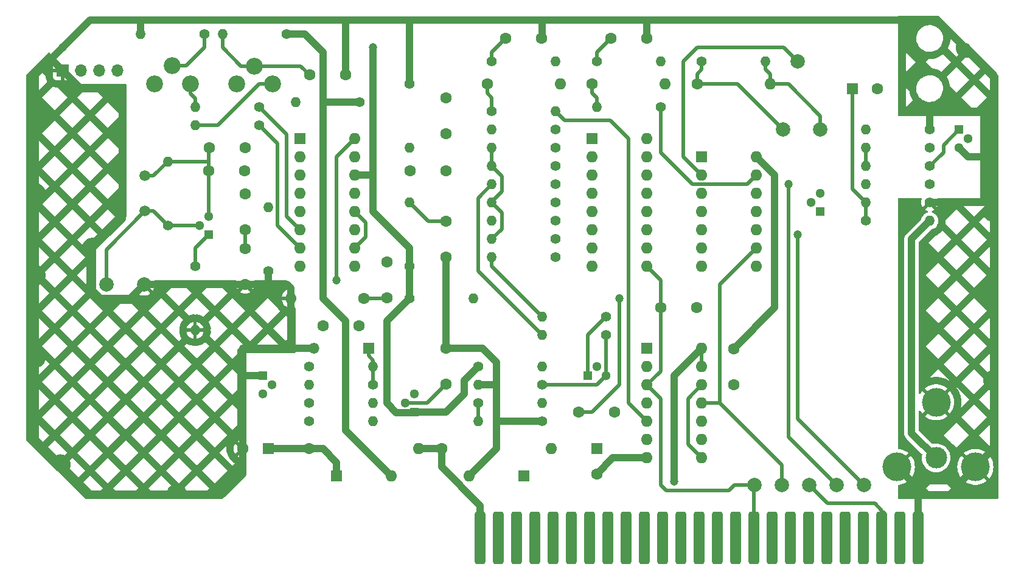
<source format=gbr>
%TF.GenerationSoftware,KiCad,Pcbnew,7.0.1-0*%
%TF.CreationDate,2023-05-07T10:40:25+02:00*%
%TF.ProjectId,Apple PAL card - reloaded,4170706c-6520-4504-914c-206361726420,A*%
%TF.SameCoordinates,Original*%
%TF.FileFunction,Copper,L2,Bot*%
%TF.FilePolarity,Positive*%
%FSLAX46Y46*%
G04 Gerber Fmt 4.6, Leading zero omitted, Abs format (unit mm)*
G04 Created by KiCad (PCBNEW 7.0.1-0) date 2023-05-07 10:40:25*
%MOMM*%
%LPD*%
G01*
G04 APERTURE LIST*
G04 Aperture macros list*
%AMRoundRect*
0 Rectangle with rounded corners*
0 $1 Rounding radius*
0 $2 $3 $4 $5 $6 $7 $8 $9 X,Y pos of 4 corners*
0 Add a 4 corners polygon primitive as box body*
4,1,4,$2,$3,$4,$5,$6,$7,$8,$9,$2,$3,0*
0 Add four circle primitives for the rounded corners*
1,1,$1+$1,$2,$3*
1,1,$1+$1,$4,$5*
1,1,$1+$1,$6,$7*
1,1,$1+$1,$8,$9*
0 Add four rect primitives between the rounded corners*
20,1,$1+$1,$2,$3,$4,$5,0*
20,1,$1+$1,$4,$5,$6,$7,0*
20,1,$1+$1,$6,$7,$8,$9,0*
20,1,$1+$1,$8,$9,$2,$3,0*%
G04 Aperture macros list end*
%TA.AperFunction,ComponentPad*%
%ADD10C,1.400000*%
%TD*%
%TA.AperFunction,ComponentPad*%
%ADD11O,1.400000X1.400000*%
%TD*%
%TA.AperFunction,ComponentPad*%
%ADD12C,1.600000*%
%TD*%
%TA.AperFunction,ComponentPad*%
%ADD13R,1.600000X1.600000*%
%TD*%
%TA.AperFunction,ComponentPad*%
%ADD14O,1.600000X1.600000*%
%TD*%
%TA.AperFunction,ComponentPad*%
%ADD15C,2.000000*%
%TD*%
%TA.AperFunction,ComponentPad*%
%ADD16R,1.300000X1.300000*%
%TD*%
%TA.AperFunction,ComponentPad*%
%ADD17C,1.300000*%
%TD*%
%TA.AperFunction,ComponentPad*%
%ADD18C,2.340000*%
%TD*%
%TA.AperFunction,SMDPad,CuDef*%
%ADD19RoundRect,0.381000X0.381000X3.289000X-0.381000X3.289000X-0.381000X-3.289000X0.381000X-3.289000X0*%
%TD*%
%TA.AperFunction,ComponentPad*%
%ADD20R,1.700000X1.700000*%
%TD*%
%TA.AperFunction,ComponentPad*%
%ADD21O,1.700000X1.700000*%
%TD*%
%TA.AperFunction,ComponentPad*%
%ADD22R,1.500000X1.500000*%
%TD*%
%TA.AperFunction,ComponentPad*%
%ADD23O,1.500000X1.500000*%
%TD*%
%TA.AperFunction,ComponentPad*%
%ADD24C,3.000000*%
%TD*%
%TA.AperFunction,ComponentPad*%
%ADD25C,4.000000*%
%TD*%
%TA.AperFunction,ComponentPad*%
%ADD26C,1.500000*%
%TD*%
%TA.AperFunction,ViaPad*%
%ADD27C,1.200000*%
%TD*%
%TA.AperFunction,Conductor*%
%ADD28C,1.000000*%
%TD*%
%TA.AperFunction,Conductor*%
%ADD29C,0.500000*%
%TD*%
G04 APERTURE END LIST*
D10*
%TO.P,R12,1*%
%TO.N,Net-(Q2-C)*%
X142875000Y-111760000D03*
D11*
%TO.P,R12,2*%
%TO.N,Net-(Q3-B)*%
X151765000Y-111760000D03*
%TD*%
D12*
%TO.P,C18,1*%
%TO.N,GNDD*%
X166330000Y-60960000D03*
%TO.P,C18,2*%
%TO.N,Net-(C18-Pad2)*%
X161330000Y-60960000D03*
%TD*%
D13*
%TO.P,U3,1,DSA*%
%TO.N,+5V*%
X173990000Y-77470000D03*
D14*
%TO.P,U3,2,DSB*%
%TO.N,Net-(U3-DSB)*%
X173990000Y-80010000D03*
%TO.P,U3,3,Q0*%
%TO.N,unconnected-(U3-Q0-Pad3)*%
X173990000Y-82550000D03*
%TO.P,U3,4,Q1*%
%TO.N,unconnected-(U3-Q1-Pad4)*%
X173990000Y-85090000D03*
%TO.P,U3,5,Q2*%
%TO.N,unconnected-(U3-Q2-Pad5)*%
X173990000Y-87630000D03*
%TO.P,U3,6,Q3*%
%TO.N,Net-(U3-Q3)*%
X173990000Y-90170000D03*
%TO.P,U3,7,GND*%
%TO.N,GNDD*%
X173990000Y-92710000D03*
%TO.P,U3,8,CP*%
%TO.N,Net-(J3-DMAout)*%
X181610000Y-92710000D03*
%TO.P,U3,9,~{MR}*%
%TO.N,Net-(J3-VIDEO_S.)*%
X181610000Y-90170000D03*
%TO.P,U3,10,Q4*%
%TO.N,Net-(U3-Q4)*%
X181610000Y-87630000D03*
%TO.P,U3,11,Q5*%
%TO.N,Net-(U3-Q5)*%
X181610000Y-85090000D03*
%TO.P,U3,12,Q6*%
%TO.N,Net-(U3-Q6)*%
X181610000Y-82550000D03*
%TO.P,U3,13,Q7*%
%TO.N,Net-(U3-Q7)*%
X181610000Y-80010000D03*
%TO.P,U3,14,VCC*%
%TO.N,+5V*%
X181610000Y-77470000D03*
%TD*%
D10*
%TO.P,R11,1*%
%TO.N,GNDD*%
X151765000Y-114300000D03*
D11*
%TO.P,R11,2*%
%TO.N,Net-(Q2-C)*%
X142875000Y-114300000D03*
%TD*%
D10*
%TO.P,R22,1*%
%TO.N,Net-(U4-~{Q1})*%
X153670000Y-86360000D03*
D11*
%TO.P,R22,2*%
%TO.N,Net-(R20-Pad2)*%
X144780000Y-86360000D03*
%TD*%
D10*
%TO.P,R29,1*%
%TO.N,Net-(R14-Pad2)*%
X112395000Y-73025000D03*
D11*
%TO.P,R29,2*%
%TO.N,Net-(R29-Pad2)*%
X103505000Y-73025000D03*
%TD*%
D10*
%TO.P,R36,1*%
%TO.N,Net-(Q4-E)*%
X103505000Y-92710000D03*
D11*
%TO.P,R36,2*%
%TO.N,GNDD*%
X103505000Y-101600000D03*
%TD*%
D13*
%TO.P,C1,1*%
%TO.N,+10V*%
X113665000Y-118110000D03*
D12*
%TO.P,C1,2*%
%TO.N,GNDD*%
X110165000Y-118110000D03*
%TD*%
D10*
%TO.P,R25,1*%
%TO.N,Net-(U3-Q7)*%
X168275000Y-70485000D03*
D11*
%TO.P,R25,2*%
%TO.N,Net-(L3-Pad1)*%
X159385000Y-70485000D03*
%TD*%
D12*
%TO.P,L1,1,1*%
%TO.N,Net-(C7-Pad2)*%
X127000000Y-97155000D03*
D14*
%TO.P,L1,2,2*%
%TO.N,GNDD*%
X116840000Y-97155000D03*
%TD*%
D15*
%TO.P,TP4,1,1*%
%TO.N,Net-(J3-INTout)*%
X192786000Y-123190000D03*
%TD*%
D10*
%TO.P,R7,1*%
%TO.N,GNDD*%
X119380000Y-106680000D03*
D11*
%TO.P,R7,2*%
%TO.N,Net-(CR3-K)*%
X128270000Y-106680000D03*
%TD*%
D16*
%TO.P,Q4,1,E*%
%TO.N,Net-(Q4-E)*%
X105410000Y-88265000D03*
D17*
%TO.P,Q4,2,B*%
%TO.N,Net-(Q4-B)*%
X104140000Y-86995000D03*
%TO.P,Q4,3,C*%
%TO.N,Net-(Q4-C)*%
X105410000Y-85725000D03*
%TD*%
D13*
%TO.P,CR1,1,K*%
%TO.N,+5V*%
X149225000Y-121920000D03*
D14*
%TO.P,CR1,2,A*%
%TO.N,GNDD*%
X141605000Y-121920000D03*
%TD*%
D18*
%TO.P,R33,1,1*%
%TO.N,Net-(C17-Pad1)*%
X97830000Y-67270000D03*
%TO.P,R33,2,2*%
X100330000Y-64770000D03*
%TO.P,R33,3,3*%
%TO.N,Net-(R32-Pad2)*%
X102830000Y-67270000D03*
%TD*%
D12*
%TO.P,L2,1,1*%
%TO.N,Net-(L2-Pad1)*%
X144145000Y-67310000D03*
D14*
%TO.P,L2,2,2*%
%TO.N,Net-(C13-Pad2)*%
X154305000Y-67310000D03*
%TD*%
D13*
%TO.P,U1,1,~{R}*%
%TO.N,+5V*%
X166380000Y-104135000D03*
D14*
%TO.P,U1,2,D*%
%TO.N,Net-(J3-VIDEO_S.)*%
X166380000Y-106675000D03*
%TO.P,U1,3,C*%
%TO.N,Net-(J3-COLOR_R.)*%
X166380000Y-109215000D03*
%TO.P,U1,4,~{S}*%
%TO.N,+5V*%
X166380000Y-111755000D03*
%TO.P,U1,5,Q*%
%TO.N,Net-(U1A-Q)*%
X166380000Y-114295000D03*
%TO.P,U1,6,~{Q}*%
%TO.N,unconnected-(U1A-~{Q}-Pad6)*%
X166380000Y-116835000D03*
%TO.P,U1,7,GND*%
%TO.N,GNDD*%
X166380000Y-119375000D03*
%TO.P,U1,8,~{Q}*%
%TO.N,Net-(U1B-D)*%
X174000000Y-119375000D03*
%TO.P,U1,9,Q*%
%TO.N,Net-(U1B-Q)*%
X174000000Y-116835000D03*
%TO.P,U1,10,~{S}*%
%TO.N,+5V*%
X174000000Y-114295000D03*
%TO.P,U1,11,C*%
%TO.N,Net-(J3-VIDEO_S.)*%
X174000000Y-111755000D03*
%TO.P,U1,12,D*%
%TO.N,Net-(U1B-D)*%
X174000000Y-109215000D03*
%TO.P,U1,13,~{R}*%
%TO.N,+5V*%
X174000000Y-106675000D03*
%TO.P,U1,14,VCC*%
X174000000Y-104135000D03*
%TD*%
D10*
%TO.P,R18,1*%
%TO.N,Net-(C13-Pad2)*%
X144780000Y-64135000D03*
D11*
%TO.P,R18,2*%
%TO.N,Net-(Q5-B)*%
X153670000Y-64135000D03*
%TD*%
D12*
%TO.P,C12,1*%
%TO.N,GNDD*%
X138430000Y-104140000D03*
%TO.P,C12,2*%
%TO.N,Net-(Q2-B)*%
X138430000Y-109140000D03*
%TD*%
D19*
%TO.P,J3,26,GND*%
%TO.N,GNDD*%
X204165000Y-130533000D03*
%TO.P,J3,27,DMAin*%
%TO.N,unconnected-(J3-DMAin-Pad27)*%
X201625000Y-130533000D03*
%TO.P,J3,28,INTin*%
%TO.N,Net-(J3-INTin)*%
X199085000Y-130533000D03*
%TO.P,J3,29,/NMI*%
%TO.N,unconnected-(J3-{slash}NMI-Pad29)*%
X196545000Y-130533000D03*
%TO.P,J3,30,/IRQ*%
%TO.N,unconnected-(J3-{slash}IRQ-Pad30)*%
X194005000Y-130533000D03*
%TO.P,J3,31,/RES*%
%TO.N,unconnected-(J3-{slash}RES-Pad31)*%
X191465000Y-130533000D03*
%TO.P,J3,32,/INH*%
%TO.N,unconnected-(J3-{slash}INH-Pad32)*%
X188925000Y-130533000D03*
%TO.P,J3,33,-12V*%
%TO.N,unconnected-(J3--12V-Pad33)*%
X186385000Y-130533000D03*
%TO.P,J3,34,-5V*%
%TO.N,unconnected-(J3--5V-Pad34)*%
X183845000Y-130533000D03*
%TO.P,J3,35,COLOR_R.*%
%TO.N,Net-(J3-COLOR_R.)*%
X181305000Y-130533000D03*
%TO.P,J3,36,7M*%
%TO.N,unconnected-(J3-7M-Pad36)*%
X178765000Y-130533000D03*
%TO.P,J3,37,Q3*%
%TO.N,unconnected-(J3-Q3-Pad37)*%
X176225000Y-130533000D03*
%TO.P,J3,38,PHI1*%
%TO.N,unconnected-(J3-PHI1-Pad38)*%
X173685000Y-130533000D03*
%TO.P,J3,39,USER1*%
%TO.N,unconnected-(J3-USER1-Pad39)*%
X171145000Y-130533000D03*
%TO.P,J3,40,PHIO*%
%TO.N,unconnected-(J3-PHIO-Pad40)*%
X168605000Y-130533000D03*
%TO.P,J3,41,/DEVSEL*%
%TO.N,unconnected-(J3-{slash}DEVSEL-Pad41)*%
X166065000Y-130533000D03*
%TO.P,J3,42,D7*%
%TO.N,unconnected-(J3-D7-Pad42)*%
X163525000Y-130533000D03*
%TO.P,J3,43,D6*%
%TO.N,unconnected-(J3-D6-Pad43)*%
X160985000Y-130533000D03*
%TO.P,J3,44,D5*%
%TO.N,unconnected-(J3-D5-Pad44)*%
X158445000Y-130533000D03*
%TO.P,J3,45,D4*%
%TO.N,unconnected-(J3-D4-Pad45)*%
X155905000Y-130533000D03*
%TO.P,J3,46,D3*%
%TO.N,unconnected-(J3-D3-Pad46)*%
X153365000Y-130533000D03*
%TO.P,J3,47,D2*%
%TO.N,unconnected-(J3-D2-Pad47)*%
X150825000Y-130533000D03*
%TO.P,J3,48,D1*%
%TO.N,unconnected-(J3-D1-Pad48)*%
X148285000Y-130533000D03*
%TO.P,J3,49,D0*%
%TO.N,unconnected-(J3-D0-Pad49)*%
X145745000Y-130533000D03*
%TO.P,J3,50,+12V*%
%TO.N,Net-(J3-+12V)*%
X143205000Y-130533000D03*
%TD*%
D20*
%TO.P,J1,1,Pin_1*%
%TO.N,GNDD*%
X85090000Y-65405000D03*
D21*
%TO.P,J1,2,Pin_2*%
%TO.N,Net-(J1-Pin_2)*%
X87630000Y-65405000D03*
%TO.P,J1,3,Pin_3*%
%TO.N,unconnected-(J1-Pin_3-Pad3)*%
X90170000Y-65405000D03*
%TO.P,J1,4,Pin_4*%
%TO.N,+10V*%
X92710000Y-65405000D03*
%TD*%
D10*
%TO.P,R24,1*%
%TO.N,Net-(U4-~{Q3})*%
X153670000Y-76200000D03*
D11*
%TO.P,R24,2*%
%TO.N,Net-(R19-Pad2)*%
X144780000Y-76200000D03*
%TD*%
D12*
%TO.P,C7,1*%
%TO.N,Net-(C7-Pad1)*%
X110490000Y-82590000D03*
%TO.P,C7,2*%
%TO.N,Net-(C7-Pad2)*%
X110490000Y-87590000D03*
%TD*%
%TO.P,C9,1*%
%TO.N,Net-(C7-Pad2)*%
X130175000Y-97075000D03*
%TO.P,C9,2*%
%TO.N,Net-(C9-Pad2)*%
X130175000Y-92075000D03*
%TD*%
D10*
%TO.P,R19,1*%
%TO.N,Net-(U4-Q1)*%
X153670000Y-88900000D03*
D11*
%TO.P,R19,2*%
%TO.N,Net-(R19-Pad2)*%
X144780000Y-88900000D03*
%TD*%
D10*
%TO.P,R42,1*%
%TO.N,GNDD*%
X205740000Y-83820000D03*
D11*
%TO.P,R42,2*%
%TO.N,Net-(Q6-E)*%
X196850000Y-83820000D03*
%TD*%
D12*
%TO.P,C16,1*%
%TO.N,GNDD*%
X110410000Y-79375000D03*
%TO.P,C16,2*%
%TO.N,Net-(Q4-C)*%
X105410000Y-79375000D03*
%TD*%
D13*
%TO.P,CR2,1,K*%
%TO.N,+10V*%
X123190000Y-121920000D03*
D14*
%TO.P,CR2,2,A*%
%TO.N,+5V*%
X130810000Y-121920000D03*
%TD*%
D12*
%TO.P,C15,1*%
%TO.N,Net-(C15-Pad1)*%
X138430000Y-74215000D03*
%TO.P,C15,2*%
%TO.N,Net-(Q5-B)*%
X138430000Y-69215000D03*
%TD*%
D10*
%TO.P,R15,1*%
%TO.N,Net-(Q3-C)*%
X160655000Y-102235000D03*
D11*
%TO.P,R15,2*%
%TO.N,Net-(R15-Pad2)*%
X151765000Y-102235000D03*
%TD*%
D10*
%TO.P,R41,1*%
%TO.N,Net-(Q5-E)*%
X205740000Y-81280000D03*
D11*
%TO.P,R41,2*%
%TO.N,Net-(Q6-B)*%
X196850000Y-81280000D03*
%TD*%
D13*
%TO.P,C2,1*%
%TO.N,+5V*%
X159385000Y-118110000D03*
D12*
%TO.P,C2,2*%
%TO.N,GNDD*%
X159385000Y-121610000D03*
%TD*%
D10*
%TO.P,R35,1*%
%TO.N,+5V*%
X126365000Y-69850000D03*
D11*
%TO.P,R35,2*%
%TO.N,Net-(Q4-C)*%
X117475000Y-69850000D03*
%TD*%
D10*
%TO.P,R9,1*%
%TO.N,Net-(Q1-C)*%
X119380000Y-114300000D03*
D11*
%TO.P,R9,2*%
%TO.N,+10V*%
X128270000Y-114300000D03*
%TD*%
D12*
%TO.P,C17,1*%
%TO.N,Net-(C17-Pad1)*%
X119460000Y-66040000D03*
%TO.P,C17,2*%
%TO.N,GNDD*%
X124460000Y-66040000D03*
%TD*%
D15*
%TO.P,TP2,1,1*%
%TO.N,Net-(J3-VIDEO_S.)*%
X185166000Y-123190000D03*
%TD*%
D10*
%TO.P,R16,1*%
%TO.N,Net-(Q3-C)*%
X151765000Y-109220000D03*
D11*
%TO.P,R16,2*%
%TO.N,GNDD*%
X142875000Y-109220000D03*
%TD*%
D12*
%TO.P,C13,1*%
%TO.N,GNDD*%
X151725000Y-60960000D03*
%TO.P,C13,2*%
%TO.N,Net-(C13-Pad2)*%
X146725000Y-60960000D03*
%TD*%
D10*
%TO.P,R4,1*%
%TO.N,GNDD*%
X133350000Y-67310000D03*
D11*
%TO.P,R4,2*%
%TO.N,Net-(C6-Pad2)*%
X133350000Y-76200000D03*
%TD*%
D15*
%TO.P,TP6,1,1*%
%TO.N,Net-(U3-DSB)*%
X187325000Y-64135000D03*
%TD*%
D12*
%TO.P,C11,1*%
%TO.N,Net-(CR3-K)*%
X121285000Y-100965000D03*
%TO.P,C11,2*%
%TO.N,Net-(J3-VIDEO_S.)*%
X126285000Y-100965000D03*
%TD*%
D10*
%TO.P,R37,1*%
%TO.N,Net-(Q4-B)*%
X99695000Y-86995000D03*
D11*
%TO.P,R37,2*%
%TO.N,Net-(Q4-C)*%
X99695000Y-78105000D03*
%TD*%
D10*
%TO.P,R14,1*%
%TO.N,Net-(Q3-E)*%
X160655000Y-99695000D03*
D11*
%TO.P,R14,2*%
%TO.N,Net-(R14-Pad2)*%
X151765000Y-99695000D03*
%TD*%
D10*
%TO.P,R40,1*%
%TO.N,Net-(Q5-E)*%
X205740000Y-78740000D03*
D11*
%TO.P,R40,2*%
%TO.N,+5V*%
X196850000Y-78740000D03*
%TD*%
D10*
%TO.P,R13,1*%
%TO.N,+10V*%
X142875000Y-106680000D03*
D11*
%TO.P,R13,2*%
%TO.N,Net-(Q3-E)*%
X151765000Y-106680000D03*
%TD*%
D12*
%TO.P,C3,1*%
%TO.N,+5V*%
X178435000Y-104180000D03*
%TO.P,C3,2*%
%TO.N,GNDD*%
X178435000Y-109180000D03*
%TD*%
D16*
%TO.P,Q1,1,E*%
%TO.N,GNDD*%
X112924000Y-107950000D03*
D17*
%TO.P,Q1,2,B*%
%TO.N,Net-(Q1-B)*%
X114194000Y-109220000D03*
%TO.P,Q1,3,C*%
%TO.N,Net-(Q1-C)*%
X112924000Y-110490000D03*
%TD*%
D10*
%TO.P,R26,1*%
%TO.N,Net-(R19-Pad2)*%
X153670000Y-91440000D03*
D11*
%TO.P,R26,2*%
%TO.N,Net-(R14-Pad2)*%
X144780000Y-91440000D03*
%TD*%
D10*
%TO.P,R8,1*%
%TO.N,Net-(CR3-K)*%
X128270000Y-109220000D03*
D11*
%TO.P,R8,2*%
%TO.N,Net-(Q1-B)*%
X119380000Y-109220000D03*
%TD*%
D10*
%TO.P,R6,1*%
%TO.N,+10V*%
X133350000Y-92710000D03*
D11*
%TO.P,R6,2*%
%TO.N,Net-(C5-Pad1)*%
X133350000Y-83820000D03*
%TD*%
D12*
%TO.P,C10,1*%
%TO.N,Net-(J3-COLOR_R.)*%
X168315000Y-98425000D03*
%TO.P,C10,2*%
%TO.N,GNDD*%
X173315000Y-98425000D03*
%TD*%
%TO.P,L4,1,1*%
%TO.N,Net-(C19-Pad1)*%
X173355000Y-67310000D03*
D14*
%TO.P,L4,2,2*%
%TO.N,Net-(Q5-B)*%
X183515000Y-67310000D03*
%TD*%
D15*
%TO.P,TP1,1,1*%
%TO.N,Net-(J3-COLOR_R.)*%
X181356000Y-123190000D03*
%TD*%
D12*
%TO.P,R2,1*%
%TO.N,+10V*%
X119380000Y-118110000D03*
D14*
%TO.P,R2,2*%
%TO.N,Net-(J3-+12V)*%
X134620000Y-118110000D03*
%TD*%
D10*
%TO.P,R20,1*%
%TO.N,Net-(U4-Q3)*%
X153670000Y-73660000D03*
D11*
%TO.P,R20,2*%
%TO.N,Net-(R20-Pad2)*%
X144780000Y-73660000D03*
%TD*%
D10*
%TO.P,R31,1*%
%TO.N,+5V*%
X116205000Y-60325000D03*
D11*
%TO.P,R31,2*%
%TO.N,Net-(C17-Pad1)*%
X107315000Y-60325000D03*
%TD*%
D22*
%TO.P,CR3,1,K*%
%TO.N,Net-(CR3-K)*%
X127640000Y-104140000D03*
D23*
%TO.P,CR3,2,A*%
%TO.N,GNDD*%
X120020000Y-104140000D03*
%TD*%
D15*
%TO.P,C20,1*%
%TO.N,Net-(Q4-B)*%
X91186000Y-95250000D03*
%TO.P,C20,2*%
%TO.N,GNDD*%
X96393000Y-95250000D03*
%TD*%
D12*
%TO.P,C14,1*%
%TO.N,Net-(Q4-C)*%
X105450000Y-76200000D03*
%TO.P,C14,2*%
%TO.N,Net-(C14-Pad2)*%
X110450000Y-76200000D03*
%TD*%
D18*
%TO.P,R30,1,1*%
%TO.N,Net-(C17-Pad1)*%
X109260000Y-67310000D03*
%TO.P,R30,2,2*%
X111760000Y-64810000D03*
%TO.P,R30,3,3*%
%TO.N,Net-(R29-Pad2)*%
X114260000Y-67310000D03*
%TD*%
D10*
%TO.P,R5,1*%
%TO.N,GNDD*%
X113665000Y-93345000D03*
D11*
%TO.P,R5,2*%
%TO.N,Net-(C7-Pad1)*%
X113665000Y-84455000D03*
%TD*%
D10*
%TO.P,R44,1*%
%TO.N,Net-(C18-Pad2)*%
X159385000Y-64135000D03*
D11*
%TO.P,R44,2*%
%TO.N,Net-(C19-Pad1)*%
X168275000Y-64135000D03*
%TD*%
D12*
%TO.P,C8,1*%
%TO.N,Net-(C7-Pad2)*%
X110490000Y-90210000D03*
%TO.P,C8,2*%
%TO.N,GNDD*%
X110490000Y-95210000D03*
%TD*%
D10*
%TO.P,R17,1*%
%TO.N,Net-(L2-Pad1)*%
X144780000Y-71120000D03*
D11*
%TO.P,R17,2*%
%TO.N,Net-(U1A-Q)*%
X153670000Y-71120000D03*
%TD*%
D16*
%TO.P,Q6,1,E*%
%TO.N,Net-(Q6-E)*%
X190500000Y-85090000D03*
D17*
%TO.P,Q6,2,B*%
%TO.N,Net-(Q6-B)*%
X189230000Y-83820000D03*
%TO.P,Q6,3,C*%
%TO.N,+5V*%
X190500000Y-82550000D03*
%TD*%
D10*
%TO.P,R32,1*%
%TO.N,Net-(R15-Pad2)*%
X112395000Y-70485000D03*
D11*
%TO.P,R32,2*%
%TO.N,Net-(R32-Pad2)*%
X103505000Y-70485000D03*
%TD*%
D13*
%TO.P,U4,1,~{Mr}*%
%TO.N,Net-(J3-INTout)*%
X158760000Y-74920000D03*
D14*
%TO.P,U4,2,Q0*%
%TO.N,Net-(U4-Q0)*%
X158760000Y-77460000D03*
%TO.P,U4,3,~{Q0}*%
%TO.N,unconnected-(U4-~{Q0}-Pad3)*%
X158760000Y-80000000D03*
%TO.P,U4,4,D0*%
%TO.N,Net-(U3-Q6)*%
X158760000Y-82540000D03*
%TO.P,U4,5,D1*%
%TO.N,Net-(U3-Q3)*%
X158760000Y-85080000D03*
%TO.P,U4,6,~{Q1}*%
%TO.N,Net-(U4-~{Q1})*%
X158760000Y-87620000D03*
%TO.P,U4,7,Q1*%
%TO.N,Net-(U4-Q1)*%
X158760000Y-90160000D03*
%TO.P,U4,8,GND*%
%TO.N,GNDD*%
X158760000Y-92700000D03*
%TO.P,U4,9,Cp*%
%TO.N,Net-(J3-COLOR_R.)*%
X166380000Y-92700000D03*
%TO.P,U4,10,Q2*%
%TO.N,unconnected-(U4-Q2-Pad10)*%
X166380000Y-90160000D03*
%TO.P,U4,11,~{Q2}*%
%TO.N,Net-(U4-~{Q2})*%
X166380000Y-87620000D03*
%TO.P,U4,12,D2*%
%TO.N,Net-(U3-Q4)*%
X166380000Y-85080000D03*
%TO.P,U4,13,D3*%
%TO.N,Net-(U3-Q5)*%
X166380000Y-82540000D03*
%TO.P,U4,14,~{Q3}*%
%TO.N,Net-(U4-~{Q3})*%
X166380000Y-80000000D03*
%TO.P,U4,15,Q3*%
%TO.N,Net-(U4-Q3)*%
X166380000Y-77460000D03*
%TO.P,U4,16,VCC*%
%TO.N,+5V*%
X166380000Y-74920000D03*
%TD*%
D10*
%TO.P,R23,1*%
%TO.N,Net-(U4-~{Q2})*%
X153670000Y-83820000D03*
D11*
%TO.P,R23,2*%
%TO.N,Net-(R19-Pad2)*%
X144780000Y-83820000D03*
%TD*%
D10*
%TO.P,R27,1*%
%TO.N,Net-(R20-Pad2)*%
X153670000Y-81280000D03*
D11*
%TO.P,R27,2*%
%TO.N,Net-(R15-Pad2)*%
X144780000Y-81280000D03*
%TD*%
D16*
%TO.P,Q2,1,E*%
%TO.N,+10V*%
X133985000Y-113030000D03*
D17*
%TO.P,Q2,2,B*%
%TO.N,Net-(Q2-B)*%
X132715000Y-111760000D03*
%TO.P,Q2,3,C*%
%TO.N,Net-(Q2-C)*%
X133985000Y-110490000D03*
%TD*%
D16*
%TO.P,Q5,1,E*%
%TO.N,Net-(Q5-E)*%
X209825000Y-73660000D03*
D17*
%TO.P,Q5,2,B*%
%TO.N,Net-(Q5-B)*%
X211095000Y-74930000D03*
%TO.P,Q5,3,C*%
%TO.N,GNDD*%
X209825000Y-76200000D03*
%TD*%
D12*
%TO.P,C6,1*%
%TO.N,Net-(C6-Pad1)*%
X138390000Y-79375000D03*
%TO.P,C6,2*%
%TO.N,Net-(C6-Pad2)*%
X133390000Y-79375000D03*
%TD*%
D10*
%TO.P,R21,1*%
%TO.N,Net-(U4-Q0)*%
X153670000Y-78740000D03*
D11*
%TO.P,R21,2*%
%TO.N,Net-(R19-Pad2)*%
X144780000Y-78740000D03*
%TD*%
D10*
%TO.P,R28,1*%
%TO.N,Net-(C19-Pad1)*%
X173990000Y-64135000D03*
D11*
%TO.P,R28,2*%
%TO.N,Net-(Q5-B)*%
X182880000Y-64135000D03*
%TD*%
D12*
%TO.P,C5,1*%
%TO.N,Net-(C5-Pad1)*%
X138430000Y-86400000D03*
%TO.P,C5,2*%
%TO.N,GNDD*%
X138430000Y-91400000D03*
%TD*%
D15*
%TO.P,C19,1*%
%TO.N,Net-(C19-Pad1)*%
X185293000Y-73660000D03*
%TO.P,C19,2*%
%TO.N,Net-(Q5-B)*%
X190500000Y-73660000D03*
%TD*%
D10*
%TO.P,R10,1*%
%TO.N,Net-(Q1-C)*%
X119380000Y-111760000D03*
D11*
%TO.P,R10,2*%
%TO.N,Net-(Q2-B)*%
X128270000Y-111760000D03*
%TD*%
D15*
%TO.P,TP5,1,1*%
%TO.N,Net-(J3-DMAout)*%
X196596000Y-123190000D03*
%TD*%
D24*
%TO.P,J2,1,In*%
%TO.N,Net-(J2-In)*%
X206629000Y-119380000D03*
D25*
%TO.P,J2,2,Ext*%
%TO.N,GNDD*%
X201168000Y-120650000D03*
X206629000Y-111633000D03*
X212090000Y-120650000D03*
%TD*%
D10*
%TO.P,R38,1*%
%TO.N,GNDD*%
X205740000Y-73660000D03*
D11*
%TO.P,R38,2*%
%TO.N,Net-(Q5-B)*%
X196850000Y-73660000D03*
%TD*%
D10*
%TO.P,R39,1*%
%TO.N,Net-(Q5-B)*%
X205740000Y-76200000D03*
D11*
%TO.P,R39,2*%
%TO.N,+5V*%
X196850000Y-76200000D03*
%TD*%
D12*
%TO.P,C4,1*%
%TO.N,Net-(C4-Pad1)*%
X156885000Y-113030000D03*
%TO.P,C4,2*%
%TO.N,Net-(U1B-Q)*%
X161885000Y-113030000D03*
%TD*%
D10*
%TO.P,R3,1*%
%TO.N,+10V*%
X133350000Y-97155000D03*
D11*
%TO.P,R3,2*%
%TO.N,Net-(C4-Pad1)*%
X142240000Y-97155000D03*
%TD*%
D12*
%TO.P,R1,1*%
%TO.N,Net-(J3-+12V)*%
X137795000Y-118110000D03*
D14*
%TO.P,R1,2*%
%TO.N,+5V*%
X153035000Y-118110000D03*
%TD*%
D12*
%TO.P,L3,1,1*%
%TO.N,Net-(L3-Pad1)*%
X158750000Y-67310000D03*
D14*
%TO.P,L3,2,2*%
%TO.N,Net-(C18-Pad2)*%
X168910000Y-67310000D03*
%TD*%
D15*
%TO.P,TP3,1,1*%
%TO.N,Net-(J3-INTin)*%
X188976000Y-123190000D03*
%TD*%
D26*
%TO.P,Y1,1,1*%
%TO.N,Net-(Q4-C)*%
X96550000Y-80100000D03*
%TO.P,Y1,2,2*%
%TO.N,Net-(Q4-B)*%
X96550000Y-85000000D03*
%TD*%
D10*
%TO.P,R34,1*%
%TO.N,Net-(C17-Pad1)*%
X104775000Y-60325000D03*
D11*
%TO.P,R34,2*%
%TO.N,GNDD*%
X95885000Y-60325000D03*
%TD*%
D10*
%TO.P,R43,1*%
%TO.N,Net-(Q6-E)*%
X196850000Y-86360000D03*
D11*
%TO.P,R43,2*%
%TO.N,Net-(J2-In)*%
X205740000Y-86360000D03*
%TD*%
D13*
%TO.P,U2,1*%
%TO.N,Net-(C14-Pad2)*%
X118120000Y-74920000D03*
D14*
%TO.P,U2,2*%
%TO.N,GNDD*%
X118120000Y-77460000D03*
%TO.P,U2,3*%
%TO.N,unconnected-(U2-Pad3)*%
X118120000Y-80000000D03*
%TO.P,U2,4*%
%TO.N,Net-(C5-Pad1)*%
X118120000Y-82540000D03*
%TO.P,U2,5*%
%TO.N,unconnected-(U2-Pad5)*%
X118120000Y-85080000D03*
%TO.P,U2,6*%
%TO.N,Net-(R15-Pad2)*%
X118120000Y-87620000D03*
%TO.P,U2,7*%
%TO.N,Net-(R14-Pad2)*%
X118120000Y-90160000D03*
%TO.P,U2,8*%
%TO.N,unconnected-(U2-Pad8)*%
X118120000Y-92700000D03*
%TO.P,U2,9*%
%TO.N,Net-(C9-Pad2)*%
X125740000Y-92700000D03*
%TO.P,U2,10*%
%TO.N,Net-(C15-Pad1)*%
X125740000Y-90160000D03*
%TO.P,U2,11*%
%TO.N,Net-(C6-Pad1)*%
X125740000Y-87620000D03*
%TO.P,U2,12*%
%TO.N,Net-(C15-Pad1)*%
X125740000Y-85080000D03*
%TO.P,U2,13*%
%TO.N,Net-(C7-Pad1)*%
X125740000Y-82540000D03*
%TO.P,U2,14*%
%TO.N,+10V*%
X125740000Y-80000000D03*
%TO.P,U2,15*%
%TO.N,Net-(C6-Pad2)*%
X125740000Y-77460000D03*
%TO.P,U2,16*%
%TO.N,Net-(C4-Pad1)*%
X125740000Y-74920000D03*
%TD*%
D13*
%TO.P,C21,1*%
%TO.N,Net-(Q6-E)*%
X194945000Y-67945000D03*
D12*
%TO.P,C21,2*%
%TO.N,Net-(J1-Pin_2)*%
X198445000Y-67945000D03*
%TD*%
D16*
%TO.P,Q3,1,E*%
%TO.N,Net-(Q3-E)*%
X158115000Y-107950000D03*
D17*
%TO.P,Q3,2,B*%
%TO.N,Net-(Q3-B)*%
X159385000Y-106680000D03*
%TO.P,Q3,3,C*%
%TO.N,Net-(Q3-C)*%
X160655000Y-107950000D03*
%TD*%
D27*
%TO.N,GNDD*%
X81280000Y-93980000D03*
X81280000Y-105410000D03*
X210820000Y-62230000D03*
X214630000Y-97155000D03*
X85090000Y-62230000D03*
X89217500Y-90170000D03*
X100965000Y-124460000D03*
X81280000Y-71120000D03*
X214630000Y-85090000D03*
X201930000Y-58420000D03*
X93345000Y-74295000D03*
X84772500Y-120332500D03*
X214630000Y-73660000D03*
X81280000Y-82550000D03*
X214630000Y-108585000D03*
%TO.N,Net-(C4-Pad1)*%
X162560000Y-97155000D03*
X123190000Y-94615000D03*
%TO.N,+10V*%
X128270000Y-62230000D03*
%TO.N,+5V*%
X170180000Y-122682000D03*
%TO.N,Net-(J3-INTout)*%
X186055000Y-81280000D03*
%TO.N,Net-(J3-DMAout)*%
X187325000Y-88265000D03*
%TD*%
D28*
%TO.N,GNDD*%
X96520000Y-58420000D02*
X88900000Y-58420000D01*
X205740000Y-71120000D02*
X214630000Y-71120000D01*
X85090000Y-65405000D02*
X83502500Y-63817500D01*
X110165000Y-107950000D02*
X112924000Y-107950000D01*
X89217500Y-90170000D02*
X93345000Y-86042500D01*
X205740000Y-83820000D02*
X214630000Y-83820000D01*
X89217500Y-96043750D02*
X90328750Y-97155000D01*
X214630000Y-76835000D02*
X214630000Y-69215000D01*
X214630000Y-83820000D02*
X214630000Y-76835000D01*
X204165000Y-130533000D02*
X204165000Y-123647000D01*
X95885000Y-60325000D02*
X95885000Y-58420000D01*
X145415000Y-114300000D02*
X145415000Y-109220000D01*
X211095000Y-77470000D02*
X214630000Y-77470000D01*
X120020000Y-104140000D02*
X116840000Y-104140000D01*
X116840000Y-97155000D02*
X116840000Y-95718000D01*
X206883000Y-122555000D02*
X203073000Y-122555000D01*
X94488000Y-97155000D02*
X96393000Y-95250000D01*
X209825000Y-76200000D02*
X211095000Y-77470000D01*
X93345000Y-67945000D02*
X87630000Y-67945000D01*
X96433000Y-95210000D02*
X96393000Y-95250000D01*
X107315000Y-124460000D02*
X88900000Y-124460000D01*
X210185000Y-122555000D02*
X212090000Y-120650000D01*
X161620000Y-119375000D02*
X159385000Y-121610000D01*
X143510000Y-104140000D02*
X138430000Y-104140000D01*
X113665000Y-93345000D02*
X113665000Y-95210000D01*
X93345000Y-86042500D02*
X93345000Y-74295000D01*
X151765000Y-60920000D02*
X151765000Y-58420000D01*
X203073000Y-122555000D02*
X201168000Y-120650000D01*
X141605000Y-121920000D02*
X145415000Y-118110000D01*
X138430000Y-104140000D02*
X138430000Y-91400000D01*
X205740000Y-73660000D02*
X205740000Y-71120000D01*
X166370000Y-60920000D02*
X166370000Y-58420000D01*
X87630000Y-67945000D02*
X85090000Y-65405000D01*
X166380000Y-119375000D02*
X161620000Y-119375000D01*
X89217500Y-90170000D02*
X89217500Y-96043750D01*
X124460000Y-58420000D02*
X96520000Y-58420000D01*
X214630000Y-83820000D02*
X214630000Y-118110000D01*
X133350000Y-67310000D02*
X133350000Y-58420000D01*
X214630000Y-66040000D02*
X210820000Y-62230000D01*
X201930000Y-58420000D02*
X133350000Y-58420000D01*
X151765000Y-114300000D02*
X145415000Y-114300000D01*
X214630000Y-69215000D02*
X214630000Y-66040000D01*
X81280000Y-116840000D02*
X81280000Y-66040000D01*
X116840000Y-104140000D02*
X116840000Y-100960000D01*
X90328750Y-97155000D02*
X94488000Y-97155000D01*
X214630000Y-118110000D02*
X212090000Y-120650000D01*
X166330000Y-60960000D02*
X166370000Y-60920000D01*
X204165000Y-123647000D02*
X203073000Y-122555000D01*
X124460000Y-66040000D02*
X124460000Y-58420000D01*
X116840000Y-95718000D02*
X116332000Y-95210000D01*
X110490000Y-95210000D02*
X96433000Y-95210000D01*
X88900000Y-124460000D02*
X81280000Y-116840000D01*
X116332000Y-95210000D02*
X110490000Y-95210000D01*
X116840000Y-100960000D02*
X116840000Y-97155000D01*
X110165000Y-107950000D02*
X110165000Y-121610000D01*
X145415000Y-106045000D02*
X143510000Y-104140000D01*
X116840000Y-104140000D02*
X110165000Y-104140000D01*
X145415000Y-118110000D02*
X145415000Y-114300000D01*
X151725000Y-60960000D02*
X151765000Y-60920000D01*
X206883000Y-122555000D02*
X210185000Y-122555000D01*
X81280000Y-66040000D02*
X83502500Y-63817500D01*
X110165000Y-104140000D02*
X110165000Y-107950000D01*
X145415000Y-109220000D02*
X145415000Y-106045000D01*
X133350000Y-58420000D02*
X124460000Y-58420000D01*
X93345000Y-74295000D02*
X93345000Y-67945000D01*
X142875000Y-109220000D02*
X145415000Y-109220000D01*
X110165000Y-121610000D02*
X107315000Y-124460000D01*
X88900000Y-58420000D02*
X83502500Y-63817500D01*
D29*
%TO.N,Net-(Q2-B)*%
X138430000Y-109140000D02*
X135810000Y-111760000D01*
X135810000Y-111760000D02*
X132715000Y-111760000D01*
%TO.N,Net-(C4-Pad1)*%
X156885000Y-113030000D02*
X158750000Y-113030000D01*
X162560000Y-109220000D02*
X162560000Y-97155000D01*
X158750000Y-113030000D02*
X162560000Y-109220000D01*
X123190000Y-77470000D02*
X125740000Y-74920000D01*
X123190000Y-94615000D02*
X123190000Y-77470000D01*
%TO.N,Net-(C5-Pad1)*%
X138430000Y-86400000D02*
X135930000Y-86400000D01*
X135930000Y-86400000D02*
X133350000Y-83820000D01*
%TO.N,Net-(Q4-B)*%
X96550000Y-85000000D02*
X97700000Y-85000000D01*
X99695000Y-86995000D02*
X104140000Y-86995000D01*
X91186000Y-95250000D02*
X91186000Y-90364000D01*
X97700000Y-85000000D02*
X99695000Y-86995000D01*
X91186000Y-90364000D02*
X96550000Y-85000000D01*
%TO.N,Net-(C13-Pad2)*%
X144780000Y-64135000D02*
X144780000Y-62905000D01*
X144780000Y-62905000D02*
X146725000Y-60960000D01*
%TO.N,Net-(U1A-Q)*%
X163830000Y-74930000D02*
X161290000Y-72390000D01*
X166380000Y-114295000D02*
X163830000Y-111745000D01*
X163830000Y-111745000D02*
X163830000Y-74930000D01*
X161290000Y-72390000D02*
X154940000Y-72390000D01*
X154940000Y-72390000D02*
X153670000Y-71120000D01*
D28*
%TO.N,+10V*%
X133350000Y-90170000D02*
X133350000Y-97155000D01*
X128270000Y-80010000D02*
X128260000Y-80000000D01*
X123190000Y-120015000D02*
X121285000Y-118110000D01*
X128270000Y-62230000D02*
X128270000Y-80010000D01*
X140970000Y-110490000D02*
X140970000Y-108585000D01*
X128260000Y-80000000D02*
X125740000Y-80000000D01*
X133350000Y-97155000D02*
X130175000Y-100330000D01*
X130175000Y-100330000D02*
X130175000Y-111764190D01*
X128260000Y-85080000D02*
X133350000Y-90170000D01*
X133905000Y-113110000D02*
X133985000Y-113030000D01*
X138430000Y-113030000D02*
X140970000Y-110490000D01*
X130175000Y-111764190D02*
X131520810Y-113110000D01*
X131520810Y-113110000D02*
X133905000Y-113110000D01*
X133985000Y-113030000D02*
X138430000Y-113030000D01*
X121285000Y-118110000D02*
X113665000Y-118110000D01*
X140970000Y-108585000D02*
X142875000Y-106680000D01*
X123190000Y-121920000D02*
X123190000Y-120015000D01*
X128260000Y-80000000D02*
X128260000Y-85080000D01*
%TO.N,+5V*%
X124460000Y-115570000D02*
X124460000Y-100330000D01*
X118745000Y-60325000D02*
X116205000Y-60325000D01*
X121285000Y-97155000D02*
X121285000Y-69850000D01*
X124460000Y-100330000D02*
X121285000Y-97155000D01*
X170180000Y-107955000D02*
X174000000Y-104135000D01*
D29*
X174000000Y-106675000D02*
X174000000Y-104135000D01*
D28*
X170180000Y-122682000D02*
X170180000Y-107955000D01*
X121285000Y-69850000D02*
X121285000Y-62865000D01*
X184150000Y-98465000D02*
X184150000Y-80010000D01*
X121285000Y-62865000D02*
X118745000Y-60325000D01*
D29*
X196850000Y-76200000D02*
X196850000Y-78740000D01*
D28*
X121285000Y-69850000D02*
X126365000Y-69850000D01*
X178435000Y-104180000D02*
X184150000Y-98465000D01*
X184150000Y-80010000D02*
X181610000Y-77470000D01*
X130810000Y-121920000D02*
X124460000Y-115570000D01*
D29*
%TO.N,Net-(Q4-C)*%
X105410000Y-78105000D02*
X99695000Y-78105000D01*
X105410000Y-79375000D02*
X105410000Y-78105000D01*
X99695000Y-78105000D02*
X97700000Y-80100000D01*
X105410000Y-79375000D02*
X105410000Y-76240000D01*
X105410000Y-85725000D02*
X105410000Y-79375000D01*
X97700000Y-80100000D02*
X96550000Y-80100000D01*
X105410000Y-76240000D02*
X105450000Y-76200000D01*
%TO.N,Net-(C15-Pad1)*%
X125740000Y-85080000D02*
X127254000Y-86594000D01*
X127254000Y-88646000D02*
X125740000Y-90160000D01*
X127254000Y-86594000D02*
X127254000Y-88646000D01*
%TO.N,Net-(C7-Pad2)*%
X130095000Y-97155000D02*
X130175000Y-97075000D01*
X110490000Y-90210000D02*
X110490000Y-87590000D01*
X127000000Y-97155000D02*
X130095000Y-97155000D01*
%TO.N,Net-(C17-Pad1)*%
X119460000Y-66040000D02*
X118230000Y-64810000D01*
X104775000Y-60325000D02*
X104775000Y-62230000D01*
X118230000Y-64810000D02*
X111760000Y-64810000D01*
X104775000Y-62230000D02*
X102235000Y-64770000D01*
X102235000Y-64770000D02*
X100330000Y-64770000D01*
X111760000Y-64810000D02*
X109895000Y-64810000D01*
X109895000Y-64810000D02*
X107315000Y-62230000D01*
X107315000Y-62230000D02*
X107315000Y-60325000D01*
%TO.N,Net-(C18-Pad2)*%
X159385000Y-62905000D02*
X161330000Y-60960000D01*
X159385000Y-64135000D02*
X159385000Y-62905000D01*
%TO.N,Net-(C19-Pad1)*%
X178943000Y-67310000D02*
X185293000Y-73660000D01*
X173355000Y-65913000D02*
X173990000Y-65278000D01*
X173355000Y-67310000D02*
X178943000Y-67310000D01*
X173990000Y-65278000D02*
X173990000Y-64135000D01*
X173355000Y-67310000D02*
X173355000Y-65913000D01*
%TO.N,Net-(J3-COLOR_R.)*%
X166380000Y-109215000D02*
X168275000Y-107320000D01*
X168275000Y-107320000D02*
X168275000Y-94595000D01*
X168275000Y-123190000D02*
X168275000Y-111110000D01*
X181305000Y-123190000D02*
X178562000Y-123190000D01*
X181305000Y-130533000D02*
X181305000Y-123190000D01*
X178562000Y-123190000D02*
X177800000Y-123952000D01*
X168275000Y-94595000D02*
X166380000Y-92700000D01*
X177800000Y-123952000D02*
X169037000Y-123952000D01*
X168275000Y-111110000D02*
X166380000Y-109215000D01*
X169037000Y-123952000D02*
X168275000Y-123190000D01*
%TO.N,Net-(J3-INTout)*%
X186055000Y-116459000D02*
X192786000Y-123190000D01*
X186055000Y-81280000D02*
X186055000Y-116459000D01*
%TO.N,Net-(L3-Pad1)*%
X159385000Y-69215000D02*
X159385000Y-70485000D01*
X158750000Y-68580000D02*
X159385000Y-69215000D01*
X158750000Y-67310000D02*
X158750000Y-68580000D01*
%TO.N,Net-(U3-DSB)*%
X171450000Y-64135000D02*
X173355000Y-62230000D01*
X171450000Y-77470000D02*
X171450000Y-64135000D01*
X185420000Y-62230000D02*
X187325000Y-64135000D01*
X173990000Y-80010000D02*
X171450000Y-77470000D01*
X173355000Y-62230000D02*
X185420000Y-62230000D01*
%TO.N,Net-(Q2-C)*%
X142875000Y-111760000D02*
X142875000Y-114300000D01*
%TO.N,Net-(Q3-E)*%
X160655000Y-99695000D02*
X158115000Y-102235000D01*
X158115000Y-102235000D02*
X158115000Y-107950000D01*
%TO.N,Net-(Q3-C)*%
X160655000Y-107950000D02*
X159385000Y-109220000D01*
X160655000Y-102235000D02*
X160655000Y-107950000D01*
X159385000Y-109220000D02*
X151765000Y-109220000D01*
%TO.N,Net-(Q4-E)*%
X103505000Y-92710000D02*
X103505000Y-90170000D01*
X103505000Y-90170000D02*
X105410000Y-88265000D01*
%TO.N,Net-(Q5-B)*%
X183515000Y-65913000D02*
X182880000Y-65278000D01*
X190500000Y-71755000D02*
X186055000Y-67310000D01*
X183515000Y-67310000D02*
X183515000Y-65913000D01*
X182880000Y-65278000D02*
X182880000Y-64135000D01*
X186055000Y-67310000D02*
X183515000Y-67310000D01*
X190500000Y-73660000D02*
X190500000Y-71755000D01*
%TO.N,Net-(Q6-E)*%
X196850000Y-83820000D02*
X196850000Y-86360000D01*
X194945000Y-81915000D02*
X196850000Y-83820000D01*
X194945000Y-67945000D02*
X194945000Y-81915000D01*
%TO.N,Net-(J3-DMAout)*%
X187325000Y-88265000D02*
X187325000Y-113919000D01*
X187325000Y-113919000D02*
X196596000Y-123190000D01*
%TO.N,Net-(L2-Pad1)*%
X144780000Y-69215000D02*
X144780000Y-71120000D01*
X144145000Y-68580000D02*
X144780000Y-69215000D01*
X144145000Y-67310000D02*
X144145000Y-68580000D01*
%TO.N,Net-(Q5-E)*%
X207645000Y-76835000D02*
X207645000Y-75840000D01*
X205740000Y-78740000D02*
X207645000Y-76835000D01*
X207645000Y-75840000D02*
X209825000Y-73660000D01*
%TO.N,Net-(U3-Q7)*%
X180340000Y-81280000D02*
X181610000Y-80010000D01*
X168275000Y-76835000D02*
X172720000Y-81280000D01*
X172720000Y-81280000D02*
X180340000Y-81280000D01*
X168275000Y-70485000D02*
X168275000Y-76835000D01*
%TO.N,Net-(R14-Pad2)*%
X144780000Y-92710000D02*
X151765000Y-99695000D01*
X114935000Y-86975000D02*
X114935000Y-75565000D01*
X114935000Y-75565000D02*
X112395000Y-73025000D01*
X118120000Y-90160000D02*
X114935000Y-86975000D01*
X144780000Y-91440000D02*
X144780000Y-92710000D01*
%TO.N,Net-(R15-Pad2)*%
X142875000Y-83185000D02*
X142875000Y-93345000D01*
X144780000Y-81280000D02*
X142875000Y-83185000D01*
X118120000Y-87620000D02*
X116205000Y-85705000D01*
X116205000Y-85705000D02*
X116205000Y-74295000D01*
X142875000Y-93345000D02*
X151765000Y-102235000D01*
X116205000Y-74295000D02*
X112395000Y-70485000D01*
D28*
%TO.N,Net-(J3-+12V)*%
X143205000Y-126060000D02*
X143205000Y-130533000D01*
X137795000Y-118110000D02*
X134620000Y-118110000D01*
X137795000Y-118110000D02*
X137795000Y-120650000D01*
X137795000Y-120650000D02*
X143205000Y-126060000D01*
D29*
%TO.N,Net-(J3-VIDEO_S.)*%
X174005000Y-111760000D02*
X174000000Y-111755000D01*
X176530000Y-111760000D02*
X176530000Y-95250000D01*
X176530000Y-111760000D02*
X174005000Y-111760000D01*
X185166000Y-123190000D02*
X185166000Y-120396000D01*
X185166000Y-120396000D02*
X176530000Y-111760000D01*
X176530000Y-95250000D02*
X181610000Y-90170000D01*
%TO.N,Net-(CR3-K)*%
X127635000Y-105156000D02*
X127640000Y-105151000D01*
X127640000Y-105151000D02*
X127640000Y-104140000D01*
X128270000Y-106680000D02*
X128270000Y-105791000D01*
X128270000Y-109220000D02*
X128270000Y-106680000D01*
X128270000Y-105791000D02*
X127635000Y-105156000D01*
%TO.N,Net-(J3-INTin)*%
X199085000Y-127305000D02*
X199085000Y-130533000D01*
X189285600Y-123753600D02*
X188595000Y-123063000D01*
X191516000Y-125730000D02*
X198120000Y-125730000D01*
X199085000Y-127305000D02*
X199390000Y-127000000D01*
X188722000Y-123190000D02*
X189285600Y-123753600D01*
X188976000Y-123190000D02*
X191516000Y-125730000D01*
X199085000Y-126695000D02*
X199085000Y-127305000D01*
X198120000Y-125730000D02*
X199085000Y-126695000D01*
D28*
%TO.N,Net-(J2-In)*%
X203200000Y-88900000D02*
X205740000Y-86360000D01*
X203200000Y-115951000D02*
X203200000Y-88900000D01*
X206629000Y-119380000D02*
X203200000Y-115951000D01*
D29*
%TO.N,Net-(R19-Pad2)*%
X146177000Y-85217000D02*
X146177000Y-87503000D01*
X144780000Y-83680673D02*
X144780000Y-83820000D01*
X144780000Y-83820000D02*
X146177000Y-85217000D01*
X146177000Y-82283673D02*
X144780000Y-83680673D01*
X144780000Y-76200000D02*
X144780000Y-78740000D01*
X146177000Y-87503000D02*
X144780000Y-88900000D01*
X146177000Y-80137000D02*
X146177000Y-82283673D01*
X144780000Y-78740000D02*
X146177000Y-80137000D01*
%TO.N,Net-(R29-Pad2)*%
X112395000Y-67310000D02*
X106680000Y-73025000D01*
X106680000Y-73025000D02*
X103505000Y-73025000D01*
X114260000Y-67310000D02*
X112395000Y-67310000D01*
%TO.N,Net-(R32-Pad2)*%
X102830000Y-67270000D02*
X102830000Y-68667000D01*
X102830000Y-68667000D02*
X103505000Y-69342000D01*
X103505000Y-69342000D02*
X103505000Y-70485000D01*
%TO.N,Net-(U1B-D)*%
X172090000Y-111125000D02*
X172085000Y-111125000D01*
X172085000Y-117460000D02*
X174000000Y-119375000D01*
X174000000Y-109215000D02*
X172090000Y-111125000D01*
X172085000Y-111125000D02*
X172085000Y-117460000D01*
%TD*%
%TA.AperFunction,Conductor*%
%TO.N,GNDD*%
G36*
X207006091Y-57794439D02*
G01*
X207046319Y-57821319D01*
X215228681Y-66003681D01*
X215255561Y-66043909D01*
X215265000Y-66091362D01*
X215265000Y-124971000D01*
X215248387Y-125033000D01*
X215203000Y-125078387D01*
X215141000Y-125095000D01*
X201419000Y-125095000D01*
X201357000Y-125078387D01*
X201311613Y-125033000D01*
X201295000Y-124971000D01*
X201295000Y-123613357D01*
X205186467Y-123613357D01*
X205544110Y-123971000D01*
X208367189Y-123971000D01*
X208724830Y-123613358D01*
X207700051Y-122588579D01*
X210504971Y-122588579D01*
X210504972Y-122588581D01*
X210747783Y-122764993D01*
X211023448Y-122916540D01*
X211315928Y-123032341D01*
X211620620Y-123110573D01*
X211932711Y-123150000D01*
X212247289Y-123150000D01*
X212559379Y-123110573D01*
X212864071Y-123032341D01*
X213156551Y-122916540D01*
X213432212Y-122764995D01*
X213675026Y-122588579D01*
X213675027Y-122588579D01*
X212090000Y-121003553D01*
X210504971Y-122588579D01*
X207700051Y-122588579D01*
X207393740Y-122282268D01*
X207065487Y-122353675D01*
X207047975Y-122356193D01*
X206637846Y-122385527D01*
X206620154Y-122385527D01*
X206428039Y-122371786D01*
X205186467Y-123613357D01*
X201295000Y-123613357D01*
X201295000Y-123263147D01*
X201309111Y-123205698D01*
X201348231Y-123161325D01*
X201403459Y-123140125D01*
X201637379Y-123110573D01*
X201942071Y-123032341D01*
X202234551Y-122916540D01*
X202510212Y-122764995D01*
X202753026Y-122588579D01*
X202753027Y-122588579D01*
X201295000Y-121130552D01*
X201295000Y-120650001D01*
X201521553Y-120650001D01*
X203103712Y-122232160D01*
X203103713Y-122232160D01*
X203194536Y-122122374D01*
X203363097Y-121856765D01*
X203497038Y-121572126D01*
X203594245Y-121272957D01*
X203653191Y-120963948D01*
X203672943Y-120649999D01*
X203653191Y-120336051D01*
X203594245Y-120027042D01*
X203497038Y-119727873D01*
X203363097Y-119443234D01*
X203194537Y-119177627D01*
X203103712Y-119067838D01*
X201521553Y-120650000D01*
X201521553Y-120650001D01*
X201295000Y-120650001D01*
X201295000Y-120169447D01*
X202753027Y-118711419D01*
X202753026Y-118711417D01*
X202510216Y-118535006D01*
X202234551Y-118383459D01*
X201942071Y-118267658D01*
X201637379Y-118189426D01*
X201403459Y-118159875D01*
X201348231Y-118138675D01*
X201309111Y-118094302D01*
X201295000Y-118036853D01*
X201295000Y-88925477D01*
X202194663Y-88925477D01*
X202198506Y-88955651D01*
X202199500Y-88971317D01*
X202199500Y-115936721D01*
X202199460Y-115939863D01*
X202197242Y-116027362D01*
X202207648Y-116085420D01*
X202208957Y-116094749D01*
X202214926Y-116153438D01*
X202224033Y-116182467D01*
X202227772Y-116197702D01*
X202233141Y-116227652D01*
X202255020Y-116282425D01*
X202258180Y-116291300D01*
X202275841Y-116347588D01*
X202290607Y-116374191D01*
X202297337Y-116388364D01*
X202308622Y-116416617D01*
X202341080Y-116465867D01*
X202345961Y-116473923D01*
X202374590Y-116525501D01*
X202394404Y-116548581D01*
X202403856Y-116561116D01*
X202420599Y-116586520D01*
X202462300Y-116628221D01*
X202468705Y-116635132D01*
X202507130Y-116679891D01*
X202507131Y-116679892D01*
X202507134Y-116679895D01*
X202531198Y-116698522D01*
X202542968Y-116708889D01*
X204646819Y-118812740D01*
X204678115Y-118865486D01*
X204680304Y-118926778D01*
X204643804Y-119094569D01*
X204623389Y-119379999D01*
X204643804Y-119665429D01*
X204704629Y-119945041D01*
X204704631Y-119945046D01*
X204788328Y-120169447D01*
X204804634Y-120213163D01*
X204941772Y-120464313D01*
X205027517Y-120578855D01*
X205113261Y-120693395D01*
X205315605Y-120895739D01*
X205406722Y-120963948D01*
X205544686Y-121067227D01*
X205660657Y-121130552D01*
X205795839Y-121204367D01*
X206063954Y-121304369D01*
X206063957Y-121304369D01*
X206063958Y-121304370D01*
X206116217Y-121315738D01*
X206343572Y-121365196D01*
X206629000Y-121385610D01*
X206914428Y-121365196D01*
X207194046Y-121304369D01*
X207462161Y-121204367D01*
X207713315Y-121067226D01*
X207942395Y-120895739D01*
X208144739Y-120693395D01*
X208177225Y-120649999D01*
X209585056Y-120649999D01*
X209604808Y-120963948D01*
X209663754Y-121272957D01*
X209760961Y-121572126D01*
X209894904Y-121856769D01*
X210063456Y-122122364D01*
X210154287Y-122232159D01*
X211736447Y-120650001D01*
X212443553Y-120650001D01*
X214025712Y-122232160D01*
X214025713Y-122232160D01*
X214116536Y-122122374D01*
X214285097Y-121856765D01*
X214419038Y-121572126D01*
X214516245Y-121272957D01*
X214575191Y-120963948D01*
X214594943Y-120649999D01*
X214575191Y-120336051D01*
X214516245Y-120027042D01*
X214419038Y-119727873D01*
X214285097Y-119443234D01*
X214116537Y-119177627D01*
X214025712Y-119067838D01*
X212443553Y-120650000D01*
X212443553Y-120650001D01*
X211736447Y-120650001D01*
X211736447Y-120650000D01*
X210154286Y-119067838D01*
X210154285Y-119067838D01*
X210063459Y-119177630D01*
X209894904Y-119443230D01*
X209760961Y-119727873D01*
X209663754Y-120027042D01*
X209604808Y-120336051D01*
X209585056Y-120649999D01*
X208177225Y-120649999D01*
X208316226Y-120464315D01*
X208453367Y-120213161D01*
X208553369Y-119945046D01*
X208614196Y-119665428D01*
X208634610Y-119380000D01*
X208614196Y-119094572D01*
X208553369Y-118814954D01*
X208514752Y-118711419D01*
X210504971Y-118711419D01*
X212090000Y-120296447D01*
X212090001Y-120296447D01*
X213675027Y-118711419D01*
X213675026Y-118711417D01*
X213432216Y-118535006D01*
X213156551Y-118383459D01*
X212864071Y-118267658D01*
X212559379Y-118189426D01*
X212247289Y-118150000D01*
X211932711Y-118150000D01*
X211620620Y-118189426D01*
X211315928Y-118267658D01*
X211023448Y-118383459D01*
X210747783Y-118535006D01*
X210504972Y-118711418D01*
X210504971Y-118711419D01*
X208514752Y-118711419D01*
X208453367Y-118546839D01*
X208392535Y-118435435D01*
X208316227Y-118295686D01*
X208273354Y-118238415D01*
X208144739Y-118066605D01*
X207942395Y-117864261D01*
X207747880Y-117718649D01*
X207713313Y-117692772D01*
X207462163Y-117555634D01*
X207462162Y-117555633D01*
X207462161Y-117555633D01*
X207194046Y-117455631D01*
X207194041Y-117455629D01*
X206914429Y-117394804D01*
X206629000Y-117374389D01*
X206343569Y-117394804D01*
X206175778Y-117431304D01*
X206114486Y-117429115D01*
X206061740Y-117397819D01*
X204852657Y-116188737D01*
X207661341Y-116188737D01*
X208530331Y-117057727D01*
X208590517Y-117102782D01*
X208603887Y-117114368D01*
X208894632Y-117405113D01*
X208906218Y-117418483D01*
X208951271Y-117478667D01*
X209430523Y-117957919D01*
X211199704Y-116188737D01*
X212611088Y-116188737D01*
X214141000Y-117718649D01*
X214141000Y-114658826D01*
X212611088Y-116188737D01*
X211199704Y-116188737D01*
X209430523Y-114419555D01*
X207661341Y-116188737D01*
X204852657Y-116188737D01*
X204236819Y-115572899D01*
X204209939Y-115532671D01*
X204200500Y-115485218D01*
X204200500Y-113571579D01*
X205043971Y-113571579D01*
X205043972Y-113571581D01*
X205286783Y-113747993D01*
X205562448Y-113899540D01*
X205854928Y-114015341D01*
X206159620Y-114093573D01*
X206471711Y-114133000D01*
X206786289Y-114133000D01*
X207098379Y-114093573D01*
X207403071Y-114015341D01*
X207695551Y-113899540D01*
X207971212Y-113747995D01*
X208018190Y-113713863D01*
X210136215Y-113713863D01*
X211905396Y-115483045D01*
X213674578Y-113713863D01*
X211905396Y-111944682D01*
X210136215Y-113713863D01*
X208018190Y-113713863D01*
X208214026Y-113571579D01*
X208214027Y-113571579D01*
X206629000Y-111986553D01*
X205043971Y-113571579D01*
X204200500Y-113571579D01*
X204200500Y-112898505D01*
X204218168Y-112834712D01*
X204266138Y-112789098D01*
X204330738Y-112774662D01*
X204393562Y-112795517D01*
X204427265Y-112834737D01*
X204429722Y-112833179D01*
X204602456Y-113105364D01*
X204693287Y-113215159D01*
X206275447Y-111633001D01*
X206982553Y-111633001D01*
X208564712Y-113215160D01*
X208564713Y-113215160D01*
X208655536Y-113105374D01*
X208824097Y-112839765D01*
X208958038Y-112555126D01*
X209055245Y-112255957D01*
X209114191Y-111946948D01*
X209133943Y-111633000D01*
X209114191Y-111319051D01*
X209055245Y-111010042D01*
X208958038Y-110710873D01*
X208824097Y-110426234D01*
X208655537Y-110160627D01*
X208564712Y-110050838D01*
X206982553Y-111632999D01*
X206982553Y-111633001D01*
X206275447Y-111633001D01*
X206275447Y-111633000D01*
X204693286Y-110050838D01*
X204693285Y-110050838D01*
X204602459Y-110160630D01*
X204429722Y-110432821D01*
X204427265Y-110431262D01*
X204393562Y-110470483D01*
X204330738Y-110491338D01*
X204266138Y-110476902D01*
X204218168Y-110431288D01*
X204200500Y-110367495D01*
X204200500Y-109694419D01*
X205043971Y-109694419D01*
X206629000Y-111279447D01*
X206629001Y-111279447D01*
X208214027Y-109694419D01*
X208214026Y-109694417D01*
X207971216Y-109518006D01*
X207934552Y-109497850D01*
X209402480Y-109497850D01*
X209459563Y-109566852D01*
X209468715Y-109579449D01*
X209696200Y-109937906D01*
X209703702Y-109951552D01*
X209884466Y-110335694D01*
X209890199Y-110350173D01*
X210021393Y-110753943D01*
X210025266Y-110769026D01*
X210104817Y-111186055D01*
X210106768Y-111201504D01*
X210133426Y-111625214D01*
X210133426Y-111640786D01*
X210106768Y-112064496D01*
X210104817Y-112079945D01*
X210044959Y-112393733D01*
X211199704Y-111238989D01*
X212611088Y-111238989D01*
X214141000Y-112768901D01*
X214141000Y-109944056D01*
X214125850Y-109938542D01*
X213979690Y-109870387D01*
X212611088Y-111238989D01*
X211199704Y-111238989D01*
X209430522Y-109469807D01*
X209402480Y-109497850D01*
X207934552Y-109497850D01*
X207695551Y-109366459D01*
X207403071Y-109250658D01*
X207098379Y-109172426D01*
X206786289Y-109133000D01*
X206471711Y-109133000D01*
X206159620Y-109172426D01*
X205854928Y-109250658D01*
X205562448Y-109366459D01*
X205286783Y-109518006D01*
X205043972Y-109694418D01*
X205043971Y-109694419D01*
X204200500Y-109694419D01*
X204200500Y-108263342D01*
X205687240Y-108263342D01*
X205964687Y-108192106D01*
X205979984Y-108189188D01*
X206401185Y-108135978D01*
X206416726Y-108135000D01*
X206841274Y-108135000D01*
X206856815Y-108135978D01*
X207278016Y-108189188D01*
X207293313Y-108192106D01*
X207704524Y-108297688D01*
X207719333Y-108302500D01*
X208114066Y-108458786D01*
X208128156Y-108465416D01*
X208500190Y-108669942D01*
X208513338Y-108678286D01*
X208685544Y-108803401D01*
X208724829Y-108764116D01*
X210136215Y-108764116D01*
X211905396Y-110533297D01*
X213299700Y-109138992D01*
X213276458Y-109089149D01*
X213269065Y-109068839D01*
X213209476Y-108846451D01*
X213205723Y-108825164D01*
X213185657Y-108595807D01*
X213185657Y-108574193D01*
X213205723Y-108344836D01*
X213209476Y-108323550D01*
X213214661Y-108304198D01*
X211905397Y-106994934D01*
X210136215Y-108764116D01*
X208724829Y-108764116D01*
X208724830Y-108764115D01*
X206955649Y-106994934D01*
X205687240Y-108263342D01*
X204200500Y-108263342D01*
X204200500Y-106289242D01*
X207661341Y-106289242D01*
X209430523Y-108058424D01*
X211199704Y-106289242D01*
X212611088Y-106289242D01*
X213759040Y-107437194D01*
X213898470Y-107339566D01*
X213917188Y-107328759D01*
X214125850Y-107231458D01*
X214141000Y-107225944D01*
X214141000Y-104759331D01*
X212611088Y-106289242D01*
X211199704Y-106289242D01*
X209430523Y-104520060D01*
X207661341Y-106289242D01*
X204200500Y-106289242D01*
X204200500Y-103826401D01*
X205198500Y-103826401D01*
X206955649Y-105583550D01*
X208724830Y-103814368D01*
X210136215Y-103814368D01*
X211905396Y-105583550D01*
X213674578Y-103814368D01*
X211905396Y-102045187D01*
X210136215Y-103814368D01*
X208724830Y-103814368D01*
X206955649Y-102045187D01*
X205198500Y-103802337D01*
X205198500Y-103826401D01*
X204200500Y-103826401D01*
X204200500Y-101339494D01*
X207661341Y-101339494D01*
X209430523Y-103108676D01*
X211199704Y-101339494D01*
X212611088Y-101339494D01*
X214141000Y-102869406D01*
X214141000Y-99809583D01*
X212611088Y-101339494D01*
X211199704Y-101339494D01*
X209430523Y-99570313D01*
X207661341Y-101339494D01*
X204200500Y-101339494D01*
X204200500Y-98876653D01*
X205198500Y-98876653D01*
X206955649Y-100633802D01*
X208724831Y-98864621D01*
X210136215Y-98864621D01*
X211905396Y-100633802D01*
X213674578Y-98864621D01*
X211905396Y-97095439D01*
X210136215Y-98864621D01*
X208724831Y-98864621D01*
X206955649Y-97095439D01*
X205198500Y-98852589D01*
X205198500Y-98876653D01*
X204200500Y-98876653D01*
X204200500Y-96389747D01*
X207661341Y-96389747D01*
X209430523Y-98158929D01*
X211199704Y-96389747D01*
X209430523Y-94620565D01*
X207661341Y-96389747D01*
X204200500Y-96389747D01*
X204200500Y-93926906D01*
X205198500Y-93926906D01*
X206955649Y-95684055D01*
X208724830Y-93914873D01*
X210136215Y-93914873D01*
X211905396Y-95684055D01*
X213674578Y-93914873D01*
X211905396Y-92145692D01*
X210136215Y-93914873D01*
X208724830Y-93914873D01*
X206955649Y-92145692D01*
X205198500Y-93902842D01*
X205198500Y-93926906D01*
X204200500Y-93926906D01*
X204200500Y-91440000D01*
X207661341Y-91440000D01*
X209430523Y-93209182D01*
X211199705Y-91440000D01*
X212611088Y-91440000D01*
X214141000Y-92969912D01*
X214141000Y-89910088D01*
X212611088Y-91440000D01*
X211199705Y-91440000D01*
X209430523Y-89670818D01*
X207661341Y-91440000D01*
X204200500Y-91440000D01*
X204200500Y-89365783D01*
X204203146Y-89352480D01*
X205573822Y-89352480D01*
X206955649Y-90734307D01*
X208724830Y-88965126D01*
X210136215Y-88965126D01*
X211905396Y-90734307D01*
X213674578Y-88965126D01*
X211905396Y-87195944D01*
X210136215Y-88965126D01*
X208724830Y-88965126D01*
X207472994Y-87713290D01*
X207378598Y-87838294D01*
X207363181Y-87855205D01*
X207079059Y-88114216D01*
X207060798Y-88128006D01*
X206733921Y-88330399D01*
X206713438Y-88340599D01*
X206504925Y-88421376D01*
X205573822Y-89352480D01*
X204203146Y-89352480D01*
X204209939Y-89318330D01*
X204236819Y-89278102D01*
X204657679Y-88857242D01*
X205950992Y-87563927D01*
X205980849Y-87541917D01*
X206015881Y-87529723D01*
X206069940Y-87519618D01*
X206277401Y-87439247D01*
X206466562Y-87322124D01*
X206630981Y-87172236D01*
X206765058Y-86994689D01*
X206864229Y-86795528D01*
X206879607Y-86741480D01*
X207912569Y-86741480D01*
X209430523Y-88259434D01*
X211199704Y-86490252D01*
X211199703Y-86490251D01*
X212611088Y-86490251D01*
X214141000Y-88020164D01*
X214141000Y-86449056D01*
X214125850Y-86443542D01*
X213917187Y-86346241D01*
X213898469Y-86335434D01*
X213709873Y-86203378D01*
X213693315Y-86189484D01*
X213530516Y-86026685D01*
X213516622Y-86010127D01*
X213384566Y-85821531D01*
X213373759Y-85802813D01*
X213349834Y-85751505D01*
X212611088Y-86490251D01*
X211199703Y-86490251D01*
X209430522Y-84721070D01*
X207934660Y-86216931D01*
X207946858Y-86348559D01*
X207946858Y-86371441D01*
X207912569Y-86741480D01*
X206879607Y-86741480D01*
X206925115Y-86581536D01*
X206945643Y-86360000D01*
X206925115Y-86138464D01*
X206888600Y-86010127D01*
X206864230Y-85924473D01*
X206765058Y-85725311D01*
X206630980Y-85547762D01*
X206466562Y-85397875D01*
X206277404Y-85280754D01*
X206244909Y-85268165D01*
X206082782Y-85205357D01*
X206034414Y-85171563D01*
X206007140Y-85119236D01*
X206007140Y-85060228D01*
X206034414Y-85007901D01*
X206082786Y-84974105D01*
X206277178Y-84898798D01*
X206393326Y-84826880D01*
X206393326Y-84826879D01*
X205740001Y-84173553D01*
X205740000Y-84173553D01*
X205086672Y-84826879D01*
X205086672Y-84826881D01*
X205202816Y-84898795D01*
X205397214Y-84974105D01*
X205445585Y-85007901D01*
X205472859Y-85060228D01*
X205472859Y-85119236D01*
X205445585Y-85171563D01*
X205397215Y-85205358D01*
X205256640Y-85259817D01*
X205202596Y-85280754D01*
X205013437Y-85397875D01*
X204849019Y-85547762D01*
X204714941Y-85725311D01*
X204615770Y-85924472D01*
X204566985Y-86095931D01*
X204535400Y-86149677D01*
X202502664Y-88182413D01*
X202500417Y-88184604D01*
X202436946Y-88244940D01*
X202403245Y-88293360D01*
X202397573Y-88300882D01*
X202360301Y-88346593D01*
X202346210Y-88373566D01*
X202338082Y-88386983D01*
X202320705Y-88411950D01*
X202297439Y-88466165D01*
X202293399Y-88474671D01*
X202266090Y-88526952D01*
X202257720Y-88556201D01*
X202252459Y-88570978D01*
X202240460Y-88598942D01*
X202228587Y-88656713D01*
X202226342Y-88665860D01*
X202210113Y-88722580D01*
X202207802Y-88752925D01*
X202205622Y-88768466D01*
X202199500Y-88798259D01*
X202199500Y-88857242D01*
X202199142Y-88866656D01*
X202194663Y-88925477D01*
X201295000Y-88925477D01*
X201295000Y-83309000D01*
X201311613Y-83247000D01*
X201357000Y-83201613D01*
X201419000Y-83185000D01*
X204515387Y-83185000D01*
X204575726Y-83200671D01*
X204620814Y-83243722D01*
X204639255Y-83303272D01*
X204626388Y-83364271D01*
X204616237Y-83384656D01*
X204555378Y-83598554D01*
X204534859Y-83820000D01*
X204555378Y-84041445D01*
X204616238Y-84255347D01*
X204715367Y-84454425D01*
X204731137Y-84475308D01*
X204731138Y-84475308D01*
X205652319Y-83554128D01*
X205707906Y-83522034D01*
X205772094Y-83522034D01*
X205827681Y-83554128D01*
X206748861Y-84475308D01*
X206764632Y-84454424D01*
X206837045Y-84309000D01*
X210429836Y-84309000D01*
X211905396Y-85784559D01*
X213508536Y-84181419D01*
X213516624Y-84169870D01*
X213530516Y-84153315D01*
X213671515Y-84012316D01*
X213579387Y-83920188D01*
X213226895Y-84272681D01*
X213186667Y-84299561D01*
X213139214Y-84309000D01*
X210429836Y-84309000D01*
X206837045Y-84309000D01*
X206863761Y-84255347D01*
X206924621Y-84041445D01*
X206945140Y-83820000D01*
X206924621Y-83598554D01*
X206863762Y-83384656D01*
X206853612Y-83364271D01*
X206840745Y-83303272D01*
X206859186Y-83243722D01*
X206904274Y-83200671D01*
X206964613Y-83185000D01*
X212725000Y-83185000D01*
X212725000Y-71755000D01*
X201419000Y-71755000D01*
X201357000Y-71738387D01*
X201311613Y-71693000D01*
X201295000Y-71631000D01*
X201295000Y-67810053D01*
X202419000Y-67810053D01*
X202419000Y-70522220D01*
X203385771Y-69555446D01*
X203204661Y-69258686D01*
X203196383Y-69242586D01*
X203040405Y-68875538D01*
X203034560Y-68858405D01*
X202933685Y-68472558D01*
X202930397Y-68454756D01*
X202913915Y-68304968D01*
X202621711Y-68012764D01*
X203885787Y-68012764D01*
X203915413Y-68282016D01*
X203983928Y-68544087D01*
X204089871Y-68793392D01*
X204230982Y-69024611D01*
X204320253Y-69131881D01*
X204404255Y-69232820D01*
X204605998Y-69413582D01*
X204831910Y-69563044D01*
X204938211Y-69612876D01*
X205077177Y-69678021D01*
X205336562Y-69756058D01*
X205336569Y-69756060D01*
X205604561Y-69795500D01*
X205807631Y-69795500D01*
X205807634Y-69795500D01*
X206010156Y-69780677D01*
X206010156Y-69780676D01*
X206274553Y-69721780D01*
X206527558Y-69625014D01*
X206763777Y-69492441D01*
X206978177Y-69326888D01*
X207133160Y-69166136D01*
X210136215Y-69166136D01*
X211601079Y-70631000D01*
X212209715Y-70631000D01*
X213674578Y-69166136D01*
X211905396Y-67396954D01*
X210136215Y-69166136D01*
X207133160Y-69166136D01*
X207166186Y-69131881D01*
X207323799Y-68911579D01*
X207447656Y-68670675D01*
X207535118Y-68414305D01*
X207584319Y-68147933D01*
X207594212Y-67877235D01*
X207564586Y-67607982D01*
X207496072Y-67345912D01*
X207390130Y-67096610D01*
X207249018Y-66865390D01*
X207249017Y-66865388D01*
X207075746Y-66657181D01*
X206970758Y-66563112D01*
X206874002Y-66476418D01*
X206648090Y-66326956D01*
X206648086Y-66326954D01*
X206563858Y-66287469D01*
X208065133Y-66287469D01*
X208067580Y-66290889D01*
X208275339Y-66631314D01*
X208283617Y-66647414D01*
X208439595Y-67014462D01*
X208445440Y-67031595D01*
X208546315Y-67417442D01*
X208549603Y-67435245D01*
X208567439Y-67597361D01*
X209430522Y-68460444D01*
X211199704Y-66691262D01*
X212611088Y-66691262D01*
X214141000Y-68221174D01*
X214141000Y-66505576D01*
X213468887Y-65833463D01*
X212611088Y-66691262D01*
X211199704Y-66691262D01*
X209430522Y-64922080D01*
X208065133Y-66287469D01*
X206563858Y-66287469D01*
X206402822Y-66211978D01*
X206143437Y-66133941D01*
X206143431Y-66133940D01*
X205875439Y-66094500D01*
X205672369Y-66094500D01*
X205672366Y-66094500D01*
X205469843Y-66109322D01*
X205205449Y-66168219D01*
X204952441Y-66264986D01*
X204716223Y-66397559D01*
X204501825Y-66563109D01*
X204313813Y-66758120D01*
X204156201Y-66978420D01*
X204032342Y-67219329D01*
X203944881Y-67475695D01*
X203895680Y-67742066D01*
X203885787Y-68012764D01*
X202621711Y-68012764D01*
X202419000Y-67810053D01*
X201295000Y-67810053D01*
X201295000Y-62860305D01*
X202419000Y-62860305D01*
X202419000Y-65572472D01*
X203775082Y-64216389D01*
X205186468Y-64216389D01*
X206086957Y-65116878D01*
X206352028Y-65155889D01*
X206369697Y-65159825D01*
X206751603Y-65274723D01*
X206768512Y-65281191D01*
X207129619Y-65450472D01*
X207145405Y-65459331D01*
X207347910Y-65593307D01*
X208724830Y-64216388D01*
X210136214Y-64216388D01*
X211905396Y-65985569D01*
X212763195Y-65127771D01*
X211242732Y-63607308D01*
X211081451Y-63650524D01*
X211060164Y-63654277D01*
X210830807Y-63674343D01*
X210809193Y-63674343D01*
X210688793Y-63663809D01*
X210136214Y-64216388D01*
X208724830Y-64216388D01*
X207617535Y-63109093D01*
X207323096Y-63336451D01*
X207307999Y-63346439D01*
X206960214Y-63541626D01*
X206943823Y-63549310D01*
X206571323Y-63691779D01*
X206553987Y-63696994D01*
X206164713Y-63783709D01*
X206146803Y-63786345D01*
X205848623Y-63808169D01*
X205839572Y-63808500D01*
X205594357Y-63808500D01*
X205186468Y-64216389D01*
X203775082Y-64216389D01*
X203775083Y-64216388D01*
X202419000Y-62860305D01*
X201295000Y-62860305D01*
X201295000Y-61027764D01*
X203885787Y-61027764D01*
X203915413Y-61297016D01*
X203983928Y-61559087D01*
X204089871Y-61808392D01*
X204230982Y-62039611D01*
X204404253Y-62247818D01*
X204404255Y-62247820D01*
X204605998Y-62428582D01*
X204831910Y-62578044D01*
X204938211Y-62627876D01*
X205077177Y-62693021D01*
X205336562Y-62771058D01*
X205336569Y-62771060D01*
X205604561Y-62810500D01*
X205807631Y-62810500D01*
X205807634Y-62810500D01*
X206010156Y-62795677D01*
X206010156Y-62795676D01*
X206274553Y-62736780D01*
X206527558Y-62640014D01*
X206763777Y-62507441D01*
X206978177Y-62341888D01*
X206996810Y-62322561D01*
X208242387Y-62322561D01*
X209430522Y-63510696D01*
X209747525Y-63193694D01*
X209720516Y-63166685D01*
X209706622Y-63150127D01*
X209574566Y-62961531D01*
X209563759Y-62942813D01*
X209466458Y-62734150D01*
X209459065Y-62713839D01*
X209399476Y-62491451D01*
X209395723Y-62470164D01*
X209375657Y-62240807D01*
X209375657Y-62219193D01*
X209395723Y-61989836D01*
X209399476Y-61968549D01*
X209442691Y-61807267D01*
X208590578Y-60955154D01*
X208579317Y-61263307D01*
X208577337Y-61281301D01*
X208504898Y-61673484D01*
X208500319Y-61690999D01*
X208371548Y-62068454D01*
X208364468Y-62085114D01*
X208242387Y-62322561D01*
X206996810Y-62322561D01*
X207166186Y-62146881D01*
X207323799Y-61926579D01*
X207447656Y-61685675D01*
X207535118Y-61429305D01*
X207584319Y-61162933D01*
X207594212Y-60892235D01*
X207564586Y-60622982D01*
X207496072Y-60360912D01*
X207390130Y-60111610D01*
X207249018Y-59880390D01*
X207249017Y-59880388D01*
X207075746Y-59672181D01*
X206970758Y-59578112D01*
X206874002Y-59491418D01*
X206648090Y-59341956D01*
X206648086Y-59341954D01*
X206402822Y-59226978D01*
X206143437Y-59148941D01*
X206143431Y-59148940D01*
X205875439Y-59109500D01*
X205672369Y-59109500D01*
X205672366Y-59109500D01*
X205469843Y-59124322D01*
X205205449Y-59183219D01*
X204952441Y-59279986D01*
X204716223Y-59412559D01*
X204501825Y-59578109D01*
X204313813Y-59773120D01*
X204156201Y-59993420D01*
X204032342Y-60234329D01*
X203944881Y-60490695D01*
X203895680Y-60757066D01*
X203885787Y-61027764D01*
X201295000Y-61027764D01*
X201295000Y-57909000D01*
X201311613Y-57847000D01*
X201357000Y-57801613D01*
X201419000Y-57785000D01*
X206958638Y-57785000D01*
X207006091Y-57794439D01*
G37*
%TD.AperFunction*%
%TD*%
%TA.AperFunction,Conductor*%
%TO.N,GNDD*%
G36*
X83272681Y-62952681D02*
G01*
X84177384Y-63857384D01*
X84208680Y-63910130D01*
X84210869Y-63971423D01*
X84183416Y-64026267D01*
X84133037Y-64061246D01*
X83997913Y-64111645D01*
X83882811Y-64197811D01*
X83796647Y-64312910D01*
X83746402Y-64447624D01*
X83740000Y-64507176D01*
X83740000Y-65155000D01*
X85216000Y-65155000D01*
X85278000Y-65171613D01*
X85323387Y-65217000D01*
X85340000Y-65279000D01*
X85340000Y-66755000D01*
X85987824Y-66755000D01*
X86047375Y-66748597D01*
X86182089Y-66698352D01*
X86297188Y-66612188D01*
X86383352Y-66497088D01*
X86432421Y-66365529D01*
X86467400Y-66315149D01*
X86522245Y-66287696D01*
X86583538Y-66289885D01*
X86636284Y-66321181D01*
X86758597Y-66443494D01*
X86766041Y-66448706D01*
X86782601Y-66462601D01*
X87630000Y-67310000D01*
X93856000Y-67310000D01*
X93918000Y-67326613D01*
X93963387Y-67372000D01*
X93980000Y-67434000D01*
X93980000Y-85673638D01*
X93970561Y-85721091D01*
X93943681Y-85761319D01*
X89535000Y-90169999D01*
X89535000Y-90170000D01*
X89535000Y-95885000D01*
X90424000Y-96774000D01*
X94361000Y-96774000D01*
X94661390Y-96473610D01*
X95522942Y-96473610D01*
X95569766Y-96510055D01*
X95788393Y-96628368D01*
X96023506Y-96709083D01*
X96268707Y-96750000D01*
X96517293Y-96750000D01*
X96762493Y-96709083D01*
X96997606Y-96628368D01*
X97216233Y-96510053D01*
X97263056Y-96473609D01*
X97179194Y-96389747D01*
X99508451Y-96389747D01*
X101277633Y-98158929D01*
X103046815Y-96389747D01*
X104458198Y-96389747D01*
X106227380Y-98158928D01*
X107481309Y-96905000D01*
X115561128Y-96905000D01*
X116590000Y-96905000D01*
X116590000Y-95876128D01*
X116589999Y-95876128D01*
X116393673Y-95928733D01*
X116187519Y-96024865D01*
X116001180Y-96155341D01*
X115840341Y-96316180D01*
X115709865Y-96502519D01*
X115613733Y-96708673D01*
X115561128Y-96904999D01*
X115561128Y-96905000D01*
X107481309Y-96905000D01*
X107996562Y-96389747D01*
X107895841Y-96289026D01*
X109764526Y-96289026D01*
X109837515Y-96340133D01*
X110043673Y-96436266D01*
X110263397Y-96495141D01*
X110490000Y-96514966D01*
X110716602Y-96495141D01*
X110936326Y-96436266D01*
X111142480Y-96340134D01*
X111215472Y-96289025D01*
X110490001Y-95563553D01*
X110490000Y-95563553D01*
X109764526Y-96289025D01*
X109764526Y-96289026D01*
X107895841Y-96289026D01*
X107345815Y-95739000D01*
X105108946Y-95739000D01*
X104458198Y-96389747D01*
X103046815Y-96389747D01*
X102396068Y-95739000D01*
X100159198Y-95739000D01*
X99508451Y-96389747D01*
X97179194Y-96389747D01*
X96393000Y-95603553D01*
X95522942Y-96473609D01*
X95522942Y-96473610D01*
X94661390Y-96473610D01*
X95000563Y-96134436D01*
X95046766Y-96105262D01*
X95101029Y-96098782D01*
X95152808Y-96116259D01*
X95154987Y-96118371D01*
X95169562Y-96119883D01*
X96305318Y-94984128D01*
X96360905Y-94952034D01*
X96425093Y-94952034D01*
X96480680Y-94984128D01*
X97616434Y-96119882D01*
X97716730Y-95966369D01*
X97816586Y-95738721D01*
X97877613Y-95497732D01*
X97898141Y-95250000D01*
X97877613Y-95002262D01*
X97818654Y-94769441D01*
X97817498Y-94713554D01*
X97841005Y-94662838D01*
X97884398Y-94627600D01*
X97938859Y-94615000D01*
X109141970Y-94615000D01*
X109196814Y-94627788D01*
X109240346Y-94663514D01*
X109263587Y-94714809D01*
X109261745Y-94771094D01*
X109204858Y-94983397D01*
X109185033Y-95209999D01*
X109204858Y-95436602D01*
X109263733Y-95656326D01*
X109359866Y-95862484D01*
X109410972Y-95935471D01*
X109410973Y-95935472D01*
X110402318Y-94944127D01*
X110457905Y-94912033D01*
X110522093Y-94912033D01*
X110577680Y-94944127D01*
X111569025Y-95935472D01*
X111620134Y-95862480D01*
X111716266Y-95656326D01*
X111775141Y-95436602D01*
X111794966Y-95209999D01*
X111775141Y-94983397D01*
X111718255Y-94771094D01*
X111716413Y-94714809D01*
X111739654Y-94663514D01*
X111783186Y-94627788D01*
X111838030Y-94615000D01*
X116153638Y-94615000D01*
X116201091Y-94624439D01*
X116241319Y-94651319D01*
X117276569Y-95686569D01*
X117308663Y-95742156D01*
X117308663Y-95806343D01*
X117276569Y-95861931D01*
X117220982Y-95894025D01*
X117156795Y-95894025D01*
X117090000Y-95876127D01*
X117090000Y-98433871D01*
X117286327Y-98381266D01*
X117298597Y-98375545D01*
X117359111Y-98364194D01*
X117417626Y-98383348D01*
X117459714Y-98428286D01*
X117475000Y-98487928D01*
X117475000Y-104651000D01*
X117458387Y-104713000D01*
X117413000Y-104758387D01*
X117351000Y-104775000D01*
X110490000Y-104775000D01*
X110490000Y-116698145D01*
X110471538Y-116763242D01*
X110421651Y-116808955D01*
X110355193Y-116821673D01*
X110164999Y-116805033D01*
X109938397Y-116824858D01*
X109718672Y-116883733D01*
X109512516Y-116979865D01*
X109439526Y-117030973D01*
X110430871Y-118022318D01*
X110462965Y-118077905D01*
X110462965Y-118142093D01*
X110430871Y-118197680D01*
X109439526Y-119189025D01*
X109439526Y-119189026D01*
X109512515Y-119240133D01*
X109718673Y-119336266D01*
X109938397Y-119395141D01*
X110164999Y-119414966D01*
X110355193Y-119398327D01*
X110421651Y-119411045D01*
X110471538Y-119456758D01*
X110490000Y-119521855D01*
X110490000Y-121868638D01*
X110480561Y-121916091D01*
X110453681Y-121956319D01*
X107351319Y-125058681D01*
X107311091Y-125085561D01*
X107263638Y-125095000D01*
X88316362Y-125095000D01*
X88268909Y-125085561D01*
X88228681Y-125058681D01*
X86163932Y-122993932D01*
X87753508Y-122993932D01*
X88730576Y-123971000D01*
X90314804Y-123971000D01*
X90672445Y-123613358D01*
X92083830Y-123613358D01*
X92441472Y-123971000D01*
X95264551Y-123971000D01*
X95622193Y-123613358D01*
X97033578Y-123613358D01*
X97391220Y-123971000D01*
X99605944Y-123971000D01*
X99611458Y-123955850D01*
X99708759Y-123747188D01*
X99719566Y-123728470D01*
X99851622Y-123539873D01*
X99861463Y-123528145D01*
X102068537Y-123528145D01*
X102078378Y-123539873D01*
X102210434Y-123728470D01*
X102221241Y-123747188D01*
X102312185Y-123942218D01*
X102340967Y-123971000D01*
X105164046Y-123971000D01*
X105521688Y-123613358D01*
X103752506Y-121844176D01*
X102068537Y-123528145D01*
X99861463Y-123528145D01*
X99865516Y-123523315D01*
X100028315Y-123360516D01*
X100044873Y-123346622D01*
X100197990Y-123239408D01*
X98802759Y-121844177D01*
X97033578Y-123613358D01*
X95622193Y-123613358D01*
X93853011Y-121844176D01*
X92083830Y-123613358D01*
X90672445Y-123613358D01*
X88903263Y-121844176D01*
X87753508Y-122993932D01*
X86163932Y-122993932D01*
X84348327Y-121178327D01*
X85937903Y-121178327D01*
X87047816Y-122288240D01*
X88197571Y-121138484D01*
X89608956Y-121138484D01*
X91378138Y-122907666D01*
X93147319Y-121138484D01*
X94558703Y-121138484D01*
X96327885Y-122907666D01*
X98097066Y-121138484D01*
X99508451Y-121138484D01*
X101277633Y-122907666D01*
X103046814Y-121138484D01*
X104458198Y-121138484D01*
X106227380Y-122907666D01*
X107996561Y-121138484D01*
X106227380Y-119369303D01*
X104458198Y-121138484D01*
X103046814Y-121138484D01*
X101277633Y-119369303D01*
X99508451Y-121138484D01*
X98097066Y-121138484D01*
X96327885Y-119369303D01*
X94558703Y-121138484D01*
X93147319Y-121138484D01*
X91378138Y-119369303D01*
X89608956Y-121138484D01*
X88197571Y-121138484D01*
X86428389Y-119369302D01*
X86076208Y-119721482D01*
X86126042Y-119828350D01*
X86133435Y-119848661D01*
X86193024Y-120071049D01*
X86196777Y-120092336D01*
X86216843Y-120321693D01*
X86216843Y-120343307D01*
X86196777Y-120572664D01*
X86193024Y-120593951D01*
X86133435Y-120816339D01*
X86126042Y-120836650D01*
X86028741Y-121045313D01*
X86017934Y-121064031D01*
X85937903Y-121178327D01*
X84348327Y-121178327D01*
X81214185Y-118044185D01*
X82803761Y-118044185D01*
X83926672Y-119167096D01*
X84040970Y-119087066D01*
X84059688Y-119076259D01*
X84268350Y-118978958D01*
X84288661Y-118971565D01*
X84511049Y-118911976D01*
X84532336Y-118908223D01*
X84761693Y-118888157D01*
X84783307Y-118888157D01*
X85012664Y-118908223D01*
X85033951Y-118911976D01*
X85256339Y-118971565D01*
X85276649Y-118978958D01*
X85365784Y-119020522D01*
X85722696Y-118663611D01*
X87134082Y-118663611D01*
X88903264Y-120432792D01*
X90672446Y-118663611D01*
X92083830Y-118663611D01*
X93853011Y-120432792D01*
X95622193Y-118663611D01*
X97033577Y-118663611D01*
X98802759Y-120432792D01*
X100571941Y-118663611D01*
X101983325Y-118663611D01*
X103752506Y-120432792D01*
X105521688Y-118663611D01*
X105521687Y-118663610D01*
X106933071Y-118663610D01*
X108702253Y-120432792D01*
X109022322Y-120112723D01*
X109021444Y-120112314D01*
X109002726Y-120101507D01*
X108683534Y-119878009D01*
X108647270Y-119838435D01*
X108570144Y-119704850D01*
X108436565Y-119627728D01*
X108396990Y-119591464D01*
X108173494Y-119272275D01*
X108162687Y-119253557D01*
X108001923Y-118908799D01*
X107994530Y-118888488D01*
X107896074Y-118521048D01*
X107892321Y-118499761D01*
X107859167Y-118120807D01*
X107859167Y-118110000D01*
X108860033Y-118110000D01*
X108879858Y-118336602D01*
X108938733Y-118556326D01*
X109034866Y-118762484D01*
X109085972Y-118835471D01*
X109085974Y-118835472D01*
X109811446Y-118110001D01*
X109811446Y-118110000D01*
X109085973Y-117384526D01*
X109085973Y-117384527D01*
X109034865Y-117457516D01*
X108938733Y-117663672D01*
X108879858Y-117883397D01*
X108860033Y-118110000D01*
X107859167Y-118110000D01*
X107859167Y-118099193D01*
X107892321Y-117720239D01*
X107895719Y-117700962D01*
X106933071Y-118663610D01*
X105521687Y-118663610D01*
X103752506Y-116894429D01*
X101983325Y-118663611D01*
X100571941Y-118663611D01*
X98802759Y-116894429D01*
X97033577Y-118663611D01*
X95622193Y-118663611D01*
X93853011Y-116894429D01*
X92083830Y-118663611D01*
X90672446Y-118663611D01*
X88903264Y-116894429D01*
X87134082Y-118663611D01*
X85722696Y-118663611D01*
X85722697Y-118663610D01*
X83953516Y-116894429D01*
X82803761Y-118044185D01*
X81214185Y-118044185D01*
X80046319Y-116876319D01*
X80019439Y-116836091D01*
X80010000Y-116788638D01*
X80010000Y-116374424D01*
X81134000Y-116374424D01*
X82098069Y-117338493D01*
X83247824Y-116188737D01*
X84659208Y-116188737D01*
X86428390Y-117957918D01*
X88197571Y-116188737D01*
X89608956Y-116188737D01*
X91378138Y-117957919D01*
X93147319Y-116188737D01*
X94558703Y-116188737D01*
X96327885Y-117957918D01*
X98097066Y-116188737D01*
X99508451Y-116188737D01*
X101277633Y-117957919D01*
X103046814Y-116188737D01*
X104458198Y-116188737D01*
X106227380Y-117957918D01*
X107996561Y-116188737D01*
X106227380Y-114419555D01*
X104458198Y-116188737D01*
X103046814Y-116188737D01*
X101277633Y-114419555D01*
X99508451Y-116188737D01*
X98097066Y-116188737D01*
X96327885Y-114419555D01*
X94558703Y-116188737D01*
X93147319Y-116188737D01*
X91378138Y-114419555D01*
X89608956Y-116188737D01*
X88197571Y-116188737D01*
X86428390Y-114419555D01*
X84659208Y-116188737D01*
X83247824Y-116188737D01*
X81478643Y-114419555D01*
X81134000Y-114764199D01*
X81134000Y-116374424D01*
X80010000Y-116374424D01*
X80010000Y-113713863D01*
X82184335Y-113713863D01*
X83953516Y-115483045D01*
X85722698Y-113713863D01*
X87134082Y-113713863D01*
X88903264Y-115483045D01*
X90672445Y-113713863D01*
X92083830Y-113713863D01*
X93853011Y-115483045D01*
X95622193Y-113713863D01*
X97033577Y-113713863D01*
X98802759Y-115483045D01*
X100571940Y-113713863D01*
X101983325Y-113713863D01*
X103752506Y-115483045D01*
X105521688Y-113713863D01*
X106933072Y-113713863D01*
X108702253Y-115483045D01*
X109366000Y-114819299D01*
X109366000Y-112608428D01*
X108702254Y-111944682D01*
X106933072Y-113713863D01*
X105521688Y-113713863D01*
X103752506Y-111944682D01*
X101983325Y-113713863D01*
X100571940Y-113713863D01*
X98802759Y-111944682D01*
X97033577Y-113713863D01*
X95622193Y-113713863D01*
X93853011Y-111944682D01*
X92083830Y-113713863D01*
X90672445Y-113713863D01*
X88903264Y-111944682D01*
X87134082Y-113713863D01*
X85722698Y-113713863D01*
X83953516Y-111944682D01*
X82184335Y-113713863D01*
X80010000Y-113713863D01*
X80010000Y-112663528D01*
X81134000Y-112663528D01*
X81478643Y-113008171D01*
X83247824Y-111238989D01*
X84659208Y-111238989D01*
X86428390Y-113008171D01*
X88197571Y-111238989D01*
X89608956Y-111238989D01*
X91378138Y-113008171D01*
X93147319Y-111238989D01*
X94558703Y-111238989D01*
X96327885Y-113008171D01*
X98097066Y-111238989D01*
X99508451Y-111238989D01*
X101277633Y-113008171D01*
X103046814Y-111238989D01*
X104458198Y-111238989D01*
X106227380Y-113008171D01*
X107996561Y-111238989D01*
X106227380Y-109469808D01*
X104458198Y-111238989D01*
X103046814Y-111238989D01*
X101277633Y-109469808D01*
X99508451Y-111238989D01*
X98097066Y-111238989D01*
X96327885Y-109469808D01*
X94558703Y-111238989D01*
X93147319Y-111238989D01*
X91378138Y-109469808D01*
X89608956Y-111238989D01*
X88197571Y-111238989D01*
X86428390Y-109469808D01*
X84659208Y-111238989D01*
X83247824Y-111238989D01*
X81478643Y-109469808D01*
X81134000Y-109814451D01*
X81134000Y-112663528D01*
X80010000Y-112663528D01*
X80010000Y-108764116D01*
X82184335Y-108764116D01*
X83953516Y-110533297D01*
X85722698Y-108764116D01*
X87134082Y-108764116D01*
X88903264Y-110533297D01*
X90672446Y-108764116D01*
X92083830Y-108764116D01*
X93853011Y-110533297D01*
X95622193Y-108764116D01*
X97033577Y-108764116D01*
X98802759Y-110533297D01*
X100571941Y-108764116D01*
X101983325Y-108764116D01*
X103752506Y-110533297D01*
X105521688Y-108764116D01*
X106933072Y-108764116D01*
X108702254Y-110533298D01*
X109366000Y-109869552D01*
X109366000Y-107658680D01*
X108702254Y-106994934D01*
X106933072Y-108764116D01*
X105521688Y-108764116D01*
X103752506Y-106994934D01*
X101983325Y-108764116D01*
X100571941Y-108764116D01*
X98802759Y-106994934D01*
X97033577Y-108764116D01*
X95622193Y-108764116D01*
X93853011Y-106994934D01*
X92083830Y-108764116D01*
X90672446Y-108764116D01*
X88903264Y-106994934D01*
X87134082Y-108764116D01*
X85722698Y-108764116D01*
X83953516Y-106994934D01*
X82184335Y-108764116D01*
X80010000Y-108764116D01*
X80010000Y-107713781D01*
X81134000Y-107713781D01*
X81478643Y-108058424D01*
X83247824Y-106289242D01*
X84659208Y-106289242D01*
X86428390Y-108058423D01*
X88197571Y-106289242D01*
X89608956Y-106289242D01*
X91378138Y-108058424D01*
X93147319Y-106289242D01*
X94558703Y-106289242D01*
X96327885Y-108058423D01*
X98097066Y-106289242D01*
X99508451Y-106289242D01*
X101277633Y-108058424D01*
X103046814Y-106289242D01*
X104458198Y-106289242D01*
X106227380Y-108058423D01*
X107996561Y-106289242D01*
X106227380Y-104520060D01*
X104458198Y-106289242D01*
X103046814Y-106289242D01*
X101277633Y-104520060D01*
X99508451Y-106289242D01*
X98097066Y-106289242D01*
X96327885Y-104520060D01*
X94558703Y-106289242D01*
X93147319Y-106289242D01*
X91378138Y-104520060D01*
X89608956Y-106289242D01*
X88197571Y-106289242D01*
X86428390Y-104520060D01*
X84659208Y-106289242D01*
X83247824Y-106289242D01*
X82685627Y-105727045D01*
X82640935Y-105893839D01*
X82633542Y-105914150D01*
X82536241Y-106122813D01*
X82525434Y-106141531D01*
X82393378Y-106330127D01*
X82379484Y-106346685D01*
X82216685Y-106509484D01*
X82200127Y-106523378D01*
X82011531Y-106655434D01*
X81992813Y-106666241D01*
X81784150Y-106763542D01*
X81763839Y-106770935D01*
X81541451Y-106830524D01*
X81520164Y-106834277D01*
X81290807Y-106854343D01*
X81269193Y-106854343D01*
X81134000Y-106842515D01*
X81134000Y-107713781D01*
X80010000Y-107713781D01*
X80010000Y-103814368D01*
X82184335Y-103814368D01*
X83953516Y-105583550D01*
X85722698Y-103814368D01*
X87134082Y-103814368D01*
X88903264Y-105583550D01*
X90672445Y-103814368D01*
X92083830Y-103814368D01*
X93853011Y-105583550D01*
X95622193Y-103814368D01*
X97033577Y-103814368D01*
X98802759Y-105583550D01*
X100571940Y-103814368D01*
X101983324Y-103814368D01*
X103752506Y-105583550D01*
X105521688Y-103814368D01*
X106933072Y-103814368D01*
X108702253Y-105583550D01*
X109366000Y-104919804D01*
X109366000Y-104360786D01*
X109375439Y-104313333D01*
X109402319Y-104273105D01*
X109988105Y-103687319D01*
X110028333Y-103660439D01*
X110075786Y-103651000D01*
X110308067Y-103651000D01*
X112046189Y-103651000D01*
X115257814Y-103651000D01*
X113652001Y-102045187D01*
X112046189Y-103651000D01*
X110308067Y-103651000D01*
X108702254Y-102045187D01*
X106933072Y-103814368D01*
X105521688Y-103814368D01*
X104957471Y-103250151D01*
X104843758Y-103353815D01*
X104825498Y-103367605D01*
X104498700Y-103569950D01*
X104478216Y-103580150D01*
X104119798Y-103719001D01*
X104097788Y-103725263D01*
X103716724Y-103796493D01*
X103662769Y-103794622D01*
X103505000Y-103753645D01*
X103347231Y-103794622D01*
X103293276Y-103796493D01*
X102912212Y-103725263D01*
X102890202Y-103719001D01*
X102531784Y-103580150D01*
X102511300Y-103569950D01*
X102336175Y-103461517D01*
X101983324Y-103814368D01*
X100571940Y-103814368D01*
X98802759Y-102045187D01*
X97033577Y-103814368D01*
X95622193Y-103814368D01*
X93853011Y-102045187D01*
X92083830Y-103814368D01*
X90672445Y-103814368D01*
X88903264Y-102045187D01*
X87134082Y-103814368D01*
X85722698Y-103814368D01*
X83953516Y-102045187D01*
X82184335Y-103814368D01*
X80010000Y-103814368D01*
X80010000Y-102764033D01*
X81134000Y-102764033D01*
X81478643Y-103108676D01*
X83247824Y-101339494D01*
X84659208Y-101339494D01*
X86428390Y-103108676D01*
X88197571Y-101339494D01*
X89608956Y-101339494D01*
X91378138Y-103108676D01*
X93147319Y-101339494D01*
X94558703Y-101339494D01*
X96327885Y-103108676D01*
X98097066Y-101339494D01*
X99508451Y-101339494D01*
X101277632Y-103108675D01*
X101627471Y-102758837D01*
X101623095Y-102751770D01*
X101451766Y-102407695D01*
X101443499Y-102386357D01*
X101303431Y-101894060D01*
X101301394Y-101850000D01*
X102328505Y-101850000D01*
X102381240Y-102035351D01*
X102480365Y-102234422D01*
X102614390Y-102411899D01*
X102778737Y-102561721D01*
X102967821Y-102678797D01*
X103175199Y-102759135D01*
X103255000Y-102774052D01*
X103255000Y-101850000D01*
X103755000Y-101850000D01*
X103755000Y-102774052D01*
X103834800Y-102759135D01*
X104042178Y-102678797D01*
X104231262Y-102561721D01*
X104395609Y-102411899D01*
X104529634Y-102234422D01*
X104628759Y-102035351D01*
X104681495Y-101850000D01*
X103755000Y-101850000D01*
X103255000Y-101850000D01*
X102328505Y-101850000D01*
X101301394Y-101850000D01*
X101300809Y-101837341D01*
X101345175Y-101600000D01*
X101300809Y-101362659D01*
X101301394Y-101350000D01*
X102328505Y-101350000D01*
X103255000Y-101350000D01*
X103255000Y-100425948D01*
X103755000Y-100425948D01*
X103755000Y-101350000D01*
X104681495Y-101350000D01*
X104628759Y-101164648D01*
X104529634Y-100965577D01*
X104395609Y-100788100D01*
X104231262Y-100638278D01*
X104042178Y-100521202D01*
X103834800Y-100440864D01*
X103755000Y-100425948D01*
X103255000Y-100425948D01*
X103175199Y-100440864D01*
X102967821Y-100521202D01*
X102778737Y-100638278D01*
X102614390Y-100788100D01*
X102480365Y-100965577D01*
X102381240Y-101164648D01*
X102328505Y-101350000D01*
X101301394Y-101350000D01*
X101303431Y-101305940D01*
X101443499Y-100813643D01*
X101451766Y-100792305D01*
X101623095Y-100448230D01*
X101635141Y-100428775D01*
X101637698Y-100425389D01*
X105372302Y-100425389D01*
X105374859Y-100428775D01*
X105386905Y-100448230D01*
X105558234Y-100792305D01*
X105566501Y-100813643D01*
X105706569Y-101305940D01*
X105709191Y-101362659D01*
X105664823Y-101600000D01*
X105709191Y-101837341D01*
X105706569Y-101894060D01*
X105566501Y-102386357D01*
X105558234Y-102407695D01*
X105547651Y-102428947D01*
X106227380Y-103108676D01*
X107996561Y-101339494D01*
X109407946Y-101339494D01*
X111177127Y-103108676D01*
X112946309Y-101339494D01*
X114357693Y-101339494D01*
X116126875Y-103108676D01*
X116351000Y-102884551D01*
X116351000Y-99794438D01*
X116126875Y-99570313D01*
X114357693Y-101339494D01*
X112946309Y-101339494D01*
X111177127Y-99570313D01*
X109407946Y-101339494D01*
X107996561Y-101339494D01*
X106227379Y-99570312D01*
X105372302Y-100425389D01*
X101637698Y-100425389D01*
X101850677Y-100143357D01*
X101277633Y-99570313D01*
X99508451Y-101339494D01*
X98097066Y-101339494D01*
X96327885Y-99570313D01*
X94558703Y-101339494D01*
X93147319Y-101339494D01*
X91378138Y-99570313D01*
X89608956Y-101339494D01*
X88197571Y-101339494D01*
X86428390Y-99570313D01*
X84659208Y-101339494D01*
X83247824Y-101339494D01*
X81478643Y-99570313D01*
X81134000Y-99914956D01*
X81134000Y-102764033D01*
X80010000Y-102764033D01*
X80010000Y-98864621D01*
X82184335Y-98864621D01*
X83953516Y-100633802D01*
X85722698Y-98864621D01*
X87134082Y-98864621D01*
X88903264Y-100633802D01*
X90672446Y-98864621D01*
X92083830Y-98864621D01*
X93853011Y-100633802D01*
X95622193Y-98864621D01*
X97033577Y-98864621D01*
X98802759Y-100633802D01*
X100571941Y-98864621D01*
X101983325Y-98864621D01*
X102680818Y-99562114D01*
X102890203Y-99480999D01*
X102912212Y-99474737D01*
X103293276Y-99403507D01*
X103347231Y-99405378D01*
X103505000Y-99446353D01*
X103662769Y-99405378D01*
X103716724Y-99403507D01*
X104097788Y-99474737D01*
X104119798Y-99480999D01*
X104478216Y-99619850D01*
X104498700Y-99630050D01*
X104657767Y-99728540D01*
X105521686Y-98864621D01*
X106933072Y-98864621D01*
X108702254Y-100633803D01*
X110471436Y-98864621D01*
X111882820Y-98864621D01*
X113652001Y-100633802D01*
X115361424Y-98924378D01*
X115349560Y-98914423D01*
X115080577Y-98645440D01*
X115066683Y-98628883D01*
X114848494Y-98317277D01*
X114837687Y-98298557D01*
X114822455Y-98265892D01*
X113961563Y-97405000D01*
X115561128Y-97405000D01*
X115613733Y-97601326D01*
X115709865Y-97807480D01*
X115840341Y-97993819D01*
X116001180Y-98154658D01*
X116187519Y-98285134D01*
X116393673Y-98381266D01*
X116589999Y-98433871D01*
X116590000Y-98433872D01*
X116590000Y-97405000D01*
X115561128Y-97405000D01*
X113961563Y-97405000D01*
X113652002Y-97095439D01*
X111882820Y-98864621D01*
X110471436Y-98864621D01*
X108702254Y-97095439D01*
X106933072Y-98864621D01*
X105521686Y-98864621D01*
X105521687Y-98864620D01*
X103752506Y-97095439D01*
X101983325Y-98864621D01*
X100571941Y-98864621D01*
X98802759Y-97095439D01*
X97033577Y-98864621D01*
X95622193Y-98864621D01*
X94634778Y-97877206D01*
X94607365Y-97888561D01*
X94559912Y-97898000D01*
X93050451Y-97898000D01*
X92083830Y-98864621D01*
X90672446Y-98864621D01*
X88903264Y-97095439D01*
X87134082Y-98864621D01*
X85722698Y-98864621D01*
X83953516Y-97095439D01*
X82184335Y-98864621D01*
X80010000Y-98864621D01*
X80010000Y-97814286D01*
X81134000Y-97814286D01*
X81478643Y-98158929D01*
X83247825Y-96389747D01*
X84659208Y-96389747D01*
X86428390Y-98158928D01*
X88197571Y-96389747D01*
X86428390Y-94620565D01*
X84659208Y-96389747D01*
X83247825Y-96389747D01*
X82053867Y-95195789D01*
X82011532Y-95225434D01*
X81992813Y-95236241D01*
X81784150Y-95333542D01*
X81763839Y-95340935D01*
X81541451Y-95400524D01*
X81520164Y-95404277D01*
X81290807Y-95424343D01*
X81269193Y-95424343D01*
X81134000Y-95412515D01*
X81134000Y-97814286D01*
X80010000Y-97814286D01*
X80010000Y-93468904D01*
X82630303Y-93468904D01*
X82633542Y-93475850D01*
X82640935Y-93496161D01*
X82700524Y-93718549D01*
X82704277Y-93739836D01*
X82724343Y-93969193D01*
X82724343Y-93990807D01*
X82704277Y-94220164D01*
X82700524Y-94241451D01*
X82660453Y-94390992D01*
X83953516Y-95684055D01*
X85722698Y-93914873D01*
X87134082Y-93914873D01*
X88411000Y-95191791D01*
X88411000Y-92637956D01*
X87134082Y-93914873D01*
X85722698Y-93914873D01*
X83953516Y-92145691D01*
X82630303Y-93468904D01*
X80010000Y-93468904D01*
X80010000Y-92547485D01*
X81134000Y-92547485D01*
X81269193Y-92535657D01*
X81290807Y-92535657D01*
X81520164Y-92555723D01*
X81541451Y-92559476D01*
X81763839Y-92619065D01*
X81784150Y-92626458D01*
X81973207Y-92714616D01*
X83247823Y-91440000D01*
X84659208Y-91440000D01*
X86428390Y-93209181D01*
X88197572Y-91440000D01*
X86428390Y-89670818D01*
X84659208Y-91440000D01*
X83247823Y-91440000D01*
X83247824Y-91439999D01*
X81478643Y-89670818D01*
X81134000Y-90015461D01*
X81134000Y-92547485D01*
X80010000Y-92547485D01*
X80010000Y-88965126D01*
X82184335Y-88965126D01*
X83953516Y-90734307D01*
X85722698Y-88965126D01*
X87134083Y-88965126D01*
X87856259Y-89687302D01*
X87856565Y-89686161D01*
X87863958Y-89665850D01*
X87961259Y-89457188D01*
X87972066Y-89438470D01*
X88104122Y-89249873D01*
X88118016Y-89233315D01*
X88280815Y-89070516D01*
X88297373Y-89056622D01*
X88485970Y-88924566D01*
X88504688Y-88913759D01*
X88713350Y-88816458D01*
X88733661Y-88809065D01*
X88956049Y-88749476D01*
X88977336Y-88745723D01*
X89206693Y-88725657D01*
X89228307Y-88725657D01*
X89376777Y-88738645D01*
X89911371Y-88204052D01*
X88903264Y-87195945D01*
X87134083Y-88965126D01*
X85722698Y-88965126D01*
X83953516Y-87195944D01*
X82184335Y-88965126D01*
X80010000Y-88965126D01*
X80010000Y-87914791D01*
X81134000Y-87914791D01*
X81478643Y-88259434D01*
X83247824Y-86490252D01*
X84659208Y-86490252D01*
X86428390Y-88259433D01*
X88197571Y-86490252D01*
X89608956Y-86490252D01*
X90617063Y-87498359D01*
X92386245Y-85729178D01*
X91378137Y-84721070D01*
X89608956Y-86490252D01*
X88197571Y-86490252D01*
X86428390Y-84721070D01*
X84659208Y-86490252D01*
X83247824Y-86490252D01*
X81478643Y-84721070D01*
X81134000Y-85065714D01*
X81134000Y-87914791D01*
X80010000Y-87914791D01*
X80010000Y-84015378D01*
X82184335Y-84015378D01*
X83953516Y-85784560D01*
X85722698Y-84015378D01*
X87134082Y-84015378D01*
X88903264Y-85784560D01*
X90672445Y-84015378D01*
X88903264Y-82246197D01*
X87134082Y-84015378D01*
X85722698Y-84015378D01*
X83953516Y-82246197D01*
X82184335Y-84015378D01*
X80010000Y-84015378D01*
X80010000Y-81117485D01*
X81134000Y-81117485D01*
X81269193Y-81105657D01*
X81290807Y-81105657D01*
X81520164Y-81125723D01*
X81541451Y-81129476D01*
X81763839Y-81189065D01*
X81784150Y-81196458D01*
X81992813Y-81293759D01*
X82011531Y-81304566D01*
X82200127Y-81436622D01*
X82216685Y-81450516D01*
X82379484Y-81613315D01*
X82393378Y-81629873D01*
X82525434Y-81818470D01*
X82536241Y-81837188D01*
X82633542Y-82045850D01*
X82640935Y-82066161D01*
X82658101Y-82130227D01*
X83247823Y-81540505D01*
X84659208Y-81540505D01*
X86428390Y-83309686D01*
X88197572Y-81540505D01*
X89608956Y-81540505D01*
X91378138Y-83309687D01*
X92856000Y-81831825D01*
X92856000Y-81249185D01*
X91378138Y-79771323D01*
X89608956Y-81540505D01*
X88197572Y-81540505D01*
X86428390Y-79771323D01*
X84659208Y-81540505D01*
X83247823Y-81540505D01*
X83247824Y-81540504D01*
X81478643Y-79771323D01*
X81134000Y-80115966D01*
X81134000Y-81117485D01*
X80010000Y-81117485D01*
X80010000Y-79065631D01*
X82184335Y-79065631D01*
X83953516Y-80834812D01*
X85722698Y-79065631D01*
X87134082Y-79065631D01*
X88903264Y-80834812D01*
X90672445Y-79065631D01*
X88903264Y-77296449D01*
X87134082Y-79065631D01*
X85722698Y-79065631D01*
X83953516Y-77296449D01*
X82184335Y-79065631D01*
X80010000Y-79065631D01*
X80010000Y-78015296D01*
X81134000Y-78015296D01*
X81478643Y-78359939D01*
X83247824Y-76590757D01*
X84659208Y-76590757D01*
X86428390Y-78359938D01*
X88197571Y-76590757D01*
X89608956Y-76590757D01*
X91378138Y-78359939D01*
X92856000Y-76882077D01*
X92856000Y-76299437D01*
X91378138Y-74821575D01*
X89608956Y-76590757D01*
X88197571Y-76590757D01*
X86428390Y-74821575D01*
X84659208Y-76590757D01*
X83247824Y-76590757D01*
X81478643Y-74821575D01*
X81134000Y-75166219D01*
X81134000Y-78015296D01*
X80010000Y-78015296D01*
X80010000Y-74115883D01*
X82184335Y-74115883D01*
X83953516Y-75885065D01*
X85722698Y-74115883D01*
X87134082Y-74115883D01*
X88903264Y-75885065D01*
X90672445Y-74115883D01*
X88903264Y-72346702D01*
X87134082Y-74115883D01*
X85722698Y-74115883D01*
X83953516Y-72346702D01*
X82184335Y-74115883D01*
X80010000Y-74115883D01*
X80010000Y-71641010D01*
X84659208Y-71641010D01*
X86428390Y-73410191D01*
X88197572Y-71641010D01*
X89608956Y-71641010D01*
X91378138Y-73410192D01*
X92856000Y-71932330D01*
X92856000Y-71349690D01*
X91378138Y-69871828D01*
X89608956Y-71641010D01*
X88197572Y-71641010D01*
X86428390Y-69871828D01*
X84659208Y-71641010D01*
X80010000Y-71641010D01*
X80010000Y-69166136D01*
X82184335Y-69166136D01*
X83953516Y-70935317D01*
X85722698Y-69166136D01*
X87134082Y-69166136D01*
X88903264Y-70935317D01*
X90672445Y-69166136D01*
X89940309Y-68434000D01*
X87866219Y-68434000D01*
X87134082Y-69166136D01*
X85722698Y-69166136D01*
X84309562Y-67753000D01*
X84145327Y-67753000D01*
X84132073Y-67752290D01*
X83916797Y-67729147D01*
X83886717Y-67722039D01*
X83698597Y-67651873D01*
X82184335Y-69166136D01*
X80010000Y-69166136D01*
X80010000Y-68115801D01*
X81134000Y-68115801D01*
X81478643Y-68460444D01*
X82931868Y-67007218D01*
X82922401Y-66994572D01*
X82905486Y-66963595D01*
X82772961Y-66608283D01*
X82765853Y-66578203D01*
X82742710Y-66362927D01*
X82742000Y-66349673D01*
X82742000Y-66185438D01*
X82211562Y-65655000D01*
X83740000Y-65655000D01*
X83740000Y-66302824D01*
X83746402Y-66362375D01*
X83796647Y-66497089D01*
X83882811Y-66612188D01*
X83997910Y-66698352D01*
X84132624Y-66748597D01*
X84192176Y-66755000D01*
X84840000Y-66755000D01*
X84840000Y-65655000D01*
X83740000Y-65655000D01*
X82211562Y-65655000D01*
X82098068Y-65541506D01*
X81134000Y-66505576D01*
X81134000Y-68115801D01*
X80010000Y-68115801D01*
X80010000Y-66091362D01*
X80019439Y-66043909D01*
X80046319Y-66003681D01*
X83097319Y-62952681D01*
X83152906Y-62920587D01*
X83217094Y-62920587D01*
X83272681Y-62952681D01*
G37*
%TD.AperFunction*%
%TD*%
M02*

</source>
